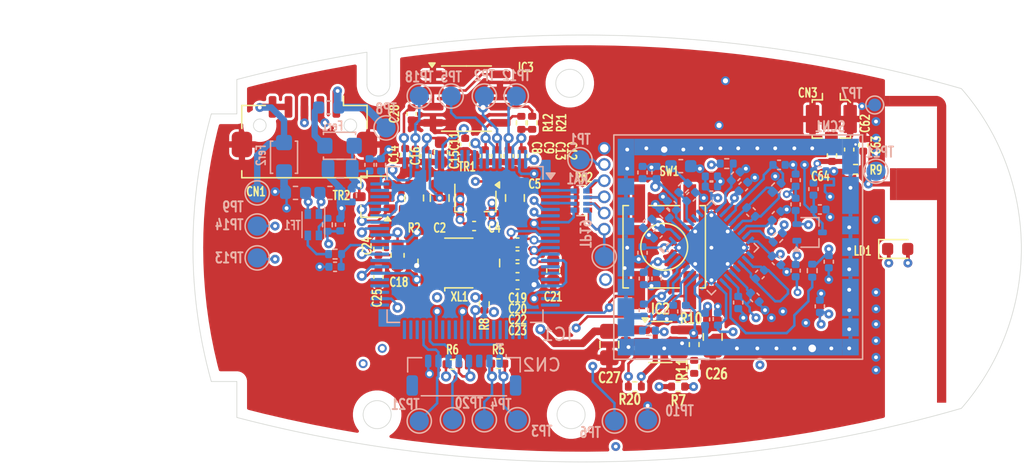
<source format=kicad_pcb>
(kicad_pcb (version 20241229) (generator "pcbnew") (generator_version "9.0")
  (layers (0 "F.Cu" signal) (4 "In1.Cu" signal) (6 "In2.Cu" signal) (2 "B.Cu" jumper) (13 "F.Paste" user) (15 "B.Paste" user) (5 "F.SilkS" user "F.Silkscreen") (7 "B.SilkS" user "B.Silkscreen") (1 "F.Mask" user) (3 "B.Mask" user) (25 "Edge.Cuts" user))
  (net 0 "")
  (net 1 "GND")
  (net 2 "LED_EN")
  (net 3 "SMD_XTAL")
  (net 4 "SMD_XTAL_C")
  (net 5 "SYNCBTN")
  (net 6 "HEADER_04")
  (net 7 "HEADER_06")
  (net 8 "HEADER_07")
  (net 9 "ANT_01")
  (net 10 "maybe_v3_r")
  (net 11 "I2C_SCL")
  (net 12 "I2C_SDA")
  (net 13 "SYNCBTN_DEBOUNCE")
  (net 14 "USB_GND")
  (net 15 "USB_DP")
  (net 16 "USB_DN")
  (net 17 "USB_DP_I")
  (net 18 "USB_DN_I")
  (net 19 "USB_DP_R")
  (net 20 "USB_DN_R")
  (net 21 "NC")
  (net 22 "INTER_01")
  (net 23 "INTER_02")
  (net 24 "INTER_03")
  (net 25 "INTER_04")
  (net 26 "INTER_05")
  (net 27 "INTER_06")
  (net 28 "INTER_04_R")
  (net 29 "INTER_06_R")
  (net 30 "INTER_03_R")
  (net 31 "INTER_02_R")
  (net 32 "INTER_01_R")
  (net 33 "INTER_06_R2")
  (net 34 "V_3P3_TBASE")
  (net 35 "USB_5V_C")
  (net 36 "V_3P3")
  (net 37 "V_3P3_LOW")
  (net 38 "V_2P0_TBASE")
  (net 39 "V_3P3_LOW_0R")
  (net 40 "USB_VBUS")
  (net 41 "USB_VBUS_F")
  (net 42 "LAMPREY_NTX")
  (net 43 "MCU_DECOUP")
  (net 44 "V_3P3_T")
  (footprint "Capacitor_SMD:C_0402_1005Metric" (layer "F.Cu") (at 151.1 70.2 -90)
    (property "Reference" "C11")
    (property "Value" "0.22 UF")
  )
  (footprint "Package_TO_SOT_SMD:SOT-23W" (layer "F.Cu") (at 144 74.3 180)
    (property "Reference" "TR2")
    (property "Value" "BC817-40")
  )
  (footprint "Capacitor_SMD:C_0805_2012Metric" (layer "F.Cu") (at 155 74.4 90)
    (property "Reference" "C5")
    (property "Value" "2.2 UF")
  )
  (footprint "Resistor_SMD:R_0402_1005Metric" (layer "F.Cu") (at 181.7 72.15)
    (property "Reference" "R9")
    (property "Value" "NC")
  )
  (footprint "Capacitor_SMD:C_0402_1005Metric" (layer "F.Cu") (at 144.3 78.4 90)
    (property "Reference" "C24")
    (property "Value" "0.1 UF")
  )
  (footprint "Capacitor_SMD:C_0402_1005Metric" (layer "F.Cu") (at 151.8 76.6 180)
    (property "Reference" "C4")
    (property "Value" "0.1 UF")
  )
  (footprint "Xbox 360 Footprints:USBAntenna" (layer "F.Cu") (at 186.39375 78.425 -90)
    (property "Reference" "REF**" (hide yes))
    (property "Value" "USBAntenna")
  )
  (footprint "Capacitor_SMD:C_0805_2012Metric" (layer "F.Cu") (at 149.1 74.4 90)
    (property "Reference" "C2")
    (property "Value" "10 UF")
  )
  (footprint "Capacitor_SMD:C_0402_1005Metric" (layer "F.Cu") (at 146.9 67.8 -90)
    (property "Reference" "C28")
    (property "Value" "0.1 UF")
  )
  (footprint "Capacitor_SMD:C_0603_1608Metric" (layer "F.Cu") (at 145.8 78.9 -90)
    (property "Reference" "C18")
    (property "Value" "1 UF")
  )
  (footprint "Button_Switch_SMD:SW_SPST_PTS645" (layer "F.Cu") (at 166.7 78.2275 90)
    (property "Reference" "SW1")
    (property "Value" "SW_SPST_PTS645")
  )
  (footprint "Capacitor_SMD:C_0402_1005Metric" (layer "F.Cu") (at 155.2 79.9 180)
    (property "Reference" "C22")
    (property "Value" "0.1 UF")
  )
  (footprint "Capacitor_SMD:C_0402_1005Metric" (layer "F.Cu") (at 182.3 70.25 90)
    (property "Reference" "C63")
    (property "Value" "NC")
  )
  (footprint "Capacitor_SMD:C_0402_1005Metric" (layer "F.Cu") (at 144.3 80.6 -90)
    (property "Reference" "C25")
    (property "Value" "0.1 UF")
  )
  (footprint "Resistor_SMD:R_0402_1005Metric" (layer "F.Cu") (at 155.5 68.5 -90)
    (property "Reference" "R12")
    (property "Value" "4.7 KOHM")
  )
  (footprint "Capacitor_SMD:C_0402_1005Metric" (layer "F.Cu") (at 152.65 71.1 -90)
    (property "Reference" "C8")
    (property "Value" "NC")
  )
  (footprint "Capacitor_SMD:C_0402_1005Metric" (layer "F.Cu") (at 179.85 71.05 90)
    (property "Reference" "C64")
    (property "Value" "NC")
  )
  (footprint "Connector_PinHeader_1.27mm:PinHeader_1x06_P1.27mm_Vertical" (layer "F.Cu") (at 162 70.5)
    (property "Reference" "REF**" (hide yes))
    (property "Value" "PinHeader_1x06_P1.27mm_Vertical")
  )
  (footprint "Capacitor_SMD:C_0402_1005Metric" (layer "F.Cu") (at 155.6 71.1 -90)
    (property "Reference" "C12")
    (property "Value" "0.1 UF")
  )
  (footprint "Resistor_SMD:R_0402_1005Metric" (layer "F.Cu") (at 169.05 87.65 -90)
    (property "Reference" "R11")
    (property "Value" "NC")
  )
  (footprint "Resistor_SMD:R_Array_Convex_4x0402" (layer "F.Cu") (at 160.3 74.6)
    (property "Reference" "RA2")
    (property "Value" "NC")
  )
  (footprint "Capacitor_SMD:C_0402_1005Metric" (layer "F.Cu") (at 181.2 70.6 90)
    (property "Reference" "C62")
    (property "Value" "2.2 PF")
  )
  (footprint "Resistor_SMD:R_0402_1005Metric" (layer "F.Cu") (at 156.35 68.5 -90)
    (property "Reference" "R21")
    (property "Value" "NC")
  )
  (footprint "Capacitor_SMD:C_0805_2012Metric_Pad1.18x1.45mm_HandSolder" (layer "F.Cu") (at 170.5 85.3 -90)
    (property "Reference" "C26")
    (property "Value" "NC")
  )
  (footprint "Package_SO:SOP-8_3.9x4.9mm_P1.27mm" (layer "F.Cu") (at 151.2 66.6)
    (property "Reference" "IC3")
    (property "Value" "SOP-8_3.9x4.9mm_P1.27mm")
  )
  (footprint "Capacitor_SMD:C_0402_1005Metric" (layer "F.Cu") (at 146.4 71 -90)
    (property "Reference" "C14")
    (property "Value" "0.1 UF")
  )
  (footprint "" (layer "F.Cu") (at 177.15 81.8)
    (property "Reference" "")
    (property "Value" "")
  )
  (footprint "Connector_PinHeader_1.27mm:PinHeader_1x01_P1.27mm_Vertical" (layer "F.Cu") (at 162.1 80.8)
    (property "Reference" "REF**" (hide yes))
    (property "Value" "PinHeader_1x01_P1.27mm_Vertical")
  )
  (footprint "Resistor_SMD:R_0402_1005Metric" (layer "F.Cu") (at 164.4 89.2)
    (property "Reference" "R20")
    (property "Value" "NC")
  )
  (footprint "Capacitor_SMD:C_0805_2012Metric_Pad1.18x1.45mm_HandSolder" (layer "F.Cu") (at 162.4 85.9 90)
    (property "Reference" "C27")
    (property "Value" "NC")
  )
  (footprint "Resistor_SMD:R_0402_1005Metric" (layer "F.Cu") (at 167.790001 89.2)
    (property "Reference" "R7")
    (property "Value" "0 OHM")
  )
  (footprint "" (layer "F.Cu") (at 176.3 74.1)
    (property "Reference" "")
    (property "Value" "")
  )
  (footprint "LED_SMD:LED_0603_1608Metric" (layer "F.Cu") (at 185 78.4)
    (property "Reference" "LD1")
    (property "Value" "LED_0603_1608Metric")
  )
  (footprint "Connector_Molex:Molex_CLIK-Mate_502382-0570_1x05-1MP_P1.25mm_Vertical" (layer "F.Cu") (at 138.5 69.2 180)
    (property "Reference" "CN1")
    (property "Value" "Molex_CLIK-Mate_502382-0570_1x05-1MP_P1.25mm_Vertical")
  )
  (footprint "Capacitor_SMD:C_0603_1608Metric" (layer "F.Cu") (at 158 80.1 -90)
    (property "Reference" "C21")
    (property "Value" "1 UF")
  )
  (footprint "Capacitor_SMD:C_0402_1005Metric" (layer "F.Cu") (at 155.2 81.2 180)
    (property "Reference" "C23")
    (property "Value" "0.1 UF")
  )
  (footprint "Capacitor_SMD:C_0402_1005Metric" (layer "F.Cu") (at 155.2 78.9 180)
    (property "Reference" "C20")
    (property "Value" "~2.7 PF")
  )
  (footprint "Connector_Coaxial:U.FL_Molex_MCRF_73412-0110_Vertical" (layer "F.Cu") (at 179.8 68.2)
    (property "Reference" "CN3")
    (property "Value" "U.FL_Molex_MCRF_73412-0110_Vertical")
  )
  (footprint "Resistor_SMD:R_0805_2012Metric" (layer "F.Cu") (at 147.1 74.4 90)
    (property "Reference" "R2")
    (property "Value" "0.27 OHM")
  )
  (footprint "Package_TO_SOT_SMD:SOT-23-5_HandSoldering" (layer "F.Cu") (at 166.4 85.7)
    (property "Reference" "IC2")
    (property "Value" "SOT-23-5_HandSoldering")
  )
  (footprint "Resistor_SMD:R_0402_1005Metric" (layer "F.Cu") (at 152.6 82.7 -90)
    (property "Reference" "R8")
    (property "Value" "NC")
  )
  (footprint "Capacitor_SMD:C_0402_1005Metric" (layer "F.Cu") (at 154.5 71.1 -90)
    (property "Reference" "C13")
    (property "Value" "0.1 UF")
  )
  (footprint "Package_TO_SOT_SMD:SOT-23W" (layer "F.Cu") (at 151.9 74.4 -90)
    (property "Reference" "TR1")
    (property "Value" "BC807-40")
  )
  (footprint "Resistor_SMD:R_0402_1005Metric" (layer "F.Cu") (at 153.7 87.4)
    (property "Reference" "R5")
    (property "Value" "1 KOHM")
  )
  (footprint "Capacitor_SMD:C_0603_1608Metric" (layer "F.Cu") (at 149.2 70.8 -90)
    (property "Reference" "C15")
    (property "Value" "1 UF")
  )
  (footprint "Resistor_SMD:R_0402_1005Metric" (layer "F.Cu") (at 150.1 87.45)
    (property "Reference" "R6")
    (property "Value" "NC")
  )
  (footprint "Capacitor_SMD:C_0402_1005Metric" (layer "F.Cu") (at 153.55 71.1 -90)
    (property "Reference" "C9")
    (property "Value" "NC")
  )
  (footprint "" (layer "F.Cu") (at 178.7 71.7)
    (property "Reference" "")
    (property "Value" "")
  )
  (footprint "Crystal:Crystal_SMD_0603-4Pin_6.0x3.5mm" (layer "F.Cu") (at 150.6 79.5)
    (property "Reference" "XL1")
    (property "Value" "Crystal_SMD_0603-4Pin_6.0x3.5mm")
  )
  (footprint "Capacitor_SMD:C_0402_1005Metric" (layer "F.Cu") (at 155.2 77.9)
    (property "Reference" "C19")
    (property "Value" "~2.7 PF")
  )
  (footprint "Resistor_SMD:R_0402_1005Metric" (layer "F.Cu") (at 169.05 85.9 -90)
    (property "Reference" "R10")
    (property "Value" "NC")
  )
  (footprint "Capacitor_SMD:C_0402_1005Metric" (layer "F.Cu") (at 148 71.1 -90)
    (property "Reference" "C16")
    (property "Value" "0.1 UF")
  )
  (footprint "Inductor_SMD:L_0603_1608Metric" (layer "B.Cu") (at 137.8 74 180)
    (property "Reference" "VR2" (hide yes))
    (property "Value" "L_0603_1608Metric")
  )
  (footprint "TestPoint:TestPoint_Pad_D1.5mm" (layer "B.Cu") (at 147.5 66.4 180)
    (property "Reference" "TP18")
    (property "Value" "TestPoint_Pad_D1.5mm")
  )
  (footprint "Resistor_SMD:R_0402_1005Metric" (layer "B.Cu") (at 171.6 71.7)
    (property "Reference" "REF**" (hide yes))
    (property "Value" "100 OHM")
  )
  (footprint "Capacitor_SMD:C_0402_1005Metric" (layer "B.Cu") (at 178.9 82.9 90)
    (property "Reference" "C38" (hide yes))
    (property "Value" "~2.2 PF")
  )
  (footprint "Connector_Hirose:Hirose_DF52-8S-0.8H_1x08-1MP_P0.80mm_Horizontal" (layer "B.Cu") (at 151 88.3 180)
    (property "Reference" "CN2")
    (property "Value" "Hirose_DF52-8S-0.8H_1x08-1MP_P0.80mm_Horizontal")
  )
  (footprint "Inductor_SMD:L_0603_1608Metric" (layer "B.Cu") (at 140.5 74 180)
    (property "Reference" "VR1" (hide yes))
    (property "Value" "L_0603_1608Metric")
  )
  (footprint "TestPoint:TestPoint_Pad_D1.5mm" (layer "B.Cu") (at 150.1 91.8 180)
    (property "Reference" "TP20")
    (property "Value" "TestPoint_Pad_D1.5mm")
  )
  (footprint "TestPoint:TestPoint_Pad_D1.5mm" (layer "B.Cu") (at 134.8 76.6 180)
    (property "Reference" "TP14")
    (property "Value" "TestPoint_Pad_D1.5mm")
  )
  (footprint "Resistor_SMD:R_Array_Convex_4x0402" (layer "B.Cu") (at 160.1 74.6 180)
    (property "Reference" "RA1")
    (property "Value" "100 OHM")
  )
  (footprint "TestPoint:TestPoint_Pad_D1.5mm" (layer "B.Cu") (at 183.3 72.3 180)
    (property "Reference" "TP11")
    (property "Value" "TestPoint_Pad_D1.5mm")
  )
  (footprint "Capacitor_SMD:C_0402_1005Metric" (layer "B.Cu") (at 168.8 74.3 45)
    (property "Reference" "REF**" (hide yes))
    (property "Value" "120 PF")
  )
  (footprint "Inductor_SMD:L_Walsin_WLFM201609x" (layer "B.Cu") (at 136.9 71.2 -90)
    (property "Reference" "Fer2")
    (property "Value" "L_Walsin_WLFM201609x")
  )
  (footprint "Capacitor_SMD:C_0402_1005Metric" (layer "B.Cu") (at 173.5 75.5 -45)
    (property "Reference" "REF**" (hide yes))
    (property "Value" "~1 PF")
  )
  (footprint "Capacitor_SMD:C_0402_1005Metric" (layer "B.Cu") (at 178.9 72.3)
    (property "Reference" "REF**" (hide yes))
    (property "Value" "~2 PF")
  )
  (footprint "Resistor_SMD:R_0402_1005Metric" (layer "B.Cu") (at 168.2 73.6 45)
    (property "Reference" "R17" (hide yes))
    (property "Value" "12 KOHM")
  )
  (footprint "Capacitor_SMD:C_0603_1608Metric" (layer "B.Cu") (at 168 71.9 180)
    (property "Reference" "REF**" (hide yes))
    (property "Value" "1200 PF")
  )
  (footprint "Capacitor_SMD:C_0402_1005Metric" (layer "B.Cu") (at 175.5 75.8 -135)
    (property "Reference" "REF**" (hide yes))
    (property "Value" "~6 PF")
  )
  (footprint "Capacitor_SMD:C_0402_1005Metric" (layer "B.Cu") (at 165.4 76.4 45)
    (property "Reference" "REF**" (hide yes))
    (property "Value" "0.1 UF")
  )
  (footprint "Capacitor_SMD:C_0402_1005Metric" (layer "B.Cu") (at 165.1 80.72 90)
    (property "Reference" "REF**" (hide yes))
    (property "Value" "~6 PF")
  )
  (footprint "Capacitor_SMD:C_0402_1005Metric" (layer "B.Cu") (at 169.9 83.92 90)
    (property "Reference" "C30" (hide yes))
    (property "Value" "0.1 UF")
  )
  (footprint "Capacitor_SMD:C_0402_1005Metric" (layer "B.Cu") (at 143.6 71.8 90)
    (property "Reference" "C3" (hide yes))
    (property "Value" "0.1 UF")
  )
  (footprint "Capacitor_SMD:C_0402_1005Metric" (layer "B.Cu") (at 170.9 83.89961 90)
    (property "Reference" "C52" (hide yes))
    (property "Value" "~10 PF")
  )
  (footprint "Capacitor_SMD:C_0402_1005Metric" (layer "B.Cu") (at 165.1 83.2 90)
    (property "Reference" "REF**" (hide yes))
    (property "Value" "~6 PF")
  )
  (footprint "TestPoint:TestPoint_Pad_D1.5mm" (layer "B.Cu") (at 162.8 91.9 180)
    (property "Reference" "TP6")
    (property "Value" "TestPoint_Pad_D1.5mm")
  )
  (footprint "Capacitor_SMD:C_0402_1005Metric" (layer "B.Cu") (at 177 74.9 -90)
    (property "Reference" "REF**" (hide yes))
    (property "Value" "~6 PF")
  )
  (footprint "Capacitor_SMD:C_0402_1005Metric" (layer "B.Cu") (at 177 80.1 90)
    (property "Reference" "C40" (hide yes))
    (property "Value" "~6 PF")
  )
  (footprint "Package_QFP:LQFP-80_12x12mm_P0.5mm" (layer "B.Cu") (at 151.0875 78.05 180)
    (property "Reference" "IC1")
    (property "Value" "LQFP-80_12x12mm_P0.5mm")
  )
  (footprint "Capacitor_SMD:C_0402_1005Metric" (layer "B.Cu") (at 177 73 -90)
    (property "Reference" "REF**" (hide yes))
    (property "Value" "~1 PF")
  )
  (footprint "Resistor_SMD:R_0402_1005Metric" (layer "B.Cu") (at 175.5 73.6 45)
    (property "Reference" "R19" (hide yes))
    (property "Value" "18 OHM")
  )
  (footprint "Package_CSP:LFCSP-32-1EP_5x5mm_P0.5mm_EP3.5x3.5mm_ThermalVias" (layer "B.Cu") (at 170.4 78.3 -45)
    (property "Reference" "REF**" (hide yes))
    (property "Value" "LFCSP-32-1EP_5x5mm_P0.5mm_EP3.5x3.5mm_ThermalVias")
  )
  (footprint "TestPoint:TestPoint_Pad_D1.5mm" (layer "B.Cu") (at 162 79 180)
    (property "Reference" "TP19")
    (property "Value" "TestPoint_Pad_D1.5mm")
  )
  (footprint "Capacitor_SMD:C_0402_1005Metric" (layer "B.Cu") (at 165 78.7 90)
    (property "Reference" "REF**" (hide yes))
    (property "Value" "~6.2 PF")
  )
  (footprint "Resistor_SMD:R_0402_1005Metric" (layer "B.Cu") (at 178.3 80.1 90)
    (property "Reference" "R15" (hide yes))
    (property "Value" "390 OHM")
  )
  (footprint "Capacitor_SMD:C_0402_1005Metric" (layer "B.Cu") (at 170.4 72.7)
    (property "Reference" "REF**" (hide yes))
    (property "Value" "1100 PF")
  )
  (footprint "Capacitor_SMD:C_0402_1005Metric" (layer "B.Cu") (at 144.5 71.8 90)
    (property "Reference" "C17" (hide yes))
    (property "Value" "1000 PF")
  )
  (footprint "Capacitor_SMD:C_0402_1005Metric" (layer "B.Cu") (at 140.9 79.8)
    (property "Reference" "C7" (hide yes))
    (property "Value" "10 PF")
  )
  (footprint "Inductor_SMD:L_CommonModeChoke_Coilcraft_0805USB" (layer "B.Cu") (at 139.2 76.5 180)
    (property "Reference" "TF1")
    (property "Value" "L_CommonModeChoke_Coilcraft_0805USB")
  )
  (footprint "Capacitor_SMD:C_0402_1005Metric" (layer "B.Cu") (at 166.1 72.4 90)
    (property "Reference" "C10" (hide yes))
    (property "Value" "1000 PF")
  )
  (footprint "Xbox 360 Footprints:XRFShield" (layer "B.Cu") (at 172.5 78.25 180)
    (property "Reference" "SCN1")
    (property "Value" "XRFShield")
  )
  (footprint "Capacitor_SMD:C_0402_1005Metric" (layer "B.Cu") (at 175.7 71.8)
    (property "Reference" "C61" (hide yes))
    (property "Value" "0.022 UF")
  )
  (footprint "TestPoint:TestPoint_Pad_D1.0mm" (layer "B.Cu") (at 183.2 67.1 180)
    (property "Reference" "TP7")
    (property "Value" "TestPoint_Pad_D1.0mm")
  )
  (footprint "Capacitor_SMD:C_0402_1005Metric" (layer "B.Cu") (at 175.5 79.3 135)
    (property "Reference" "C36" (hide yes))
    (property "Value" "1100 PF")
  )
  (footprint "Capacitor_SMD:C_0402_1005Metric" (layer "B.Cu") (at 179.6 79.4 90)
    (property "Reference" "C39" (hide yes))
    (property "Value" "~6 PF")
  )
  (footprint "TestPoint:TestPoint_Pad_D1.5mm" (layer "B.Cu") (at 155.1 66.4 180)
    (property "Reference" "TP12")
    (property "Value" "TestPoint_Pad_D1.5mm")
  )
  (footprint "Resistor_SMD:R_0402_1005Metric" (layer "B.Cu") (at 140.3 76.5 90)
    (property "Reference" "R1" (hide yes))
    (property "Value" "33 OHM")
  )
  (footprint "Capacitor_SMD:C_0402_1005Metric" (layer "B.Cu") (at 167.4 83.3 90)
    (property "Reference" "REF**" (hide yes))
    (property "Value" "470 PF")
  )
  (footprint "TestPoint:TestPoint_Pad_D1.5mm" (layer "B.Cu") (at 165.4 91.8 180)
    (property "Reference" "TP10")
    (property "Value" "TestPoint_Pad_D1.5mm")
  )
  (footprint "Capacitor_SMD:C_0402_1005Metric" (layer "B.Cu") (at 167.3 75 135)
    (property "Reference" "REF**" (hide yes))
    (property "Value" "~6 PF")
  )
  (footprint "Capacitor_SMD:C_0805_2012Metric" (layer "B.Cu") (at 141.3 72.1 180)
    (property "Reference" "C1" (hide yes))
    (property "Value" "10 UF")
  )
  (footprint "Capacitor_SMD:C_0402_1005Metric" (layer "B.Cu") (at 170.4 73.5)
    (property "Reference" "REF**" (hide yes))
    (property "Value" "~6 PF")
  )
  (footprint "Resistor_SMD:R_0402_1005Metric" (layer "B.Cu") (at 142.2 74.2 90)
    (property "Reference" "R4" (hide yes))
    (property "Value" "100 KOHM")
  )
  (footprint "Capacitor_SMD:C_0402_1005Metric" (layer "B.Cu") (at 178.4 73.7 -90)
    (property "Reference" "C42" (hide yes))
    (property "Value" "~1 PF")
  )
  (footprint "Capacitor_SMD:C_0402_1005Metric" (layer "B.Cu") (at 172.5 82.6 90)
    (property "Reference" "C51" (hide yes))
    (property "Value" "1100 PF")
  )
  (footprint "TestPoint:TestPoint_Pad_D1.5mm" (layer "B.Cu") (at 152.6 66.4 180)
    (property "Reference" "TP2")
    (property "Value" "TestPoint_Pad_D1.5mm")
  )
  (footprint "TestPoint:TestPoint_Pad_D1.5mm" (layer "B.Cu") (at 144.9 68.9 180)
    (property "Reference" "TP8")
    (property "Value" "TestPoint_Pad_D1.5mm")
  )
  (footprint "Capacitor_SMD:C_0402_1005Metric" (layer "B.Cu") (at 166.1 80.72 90)
    (property "Reference" "REF**" (hide yes))
    (property "Value" "~6 PF")
  )
  (footprint "Resistor_SMD:R_0402_1005Metric" (layer "B.Cu") (at 140.9 78.8 180)
    (property "Reference" "R3" (hide yes))
    (property "Value" "33 OHM")
  )
  (footprint "Capacitor_SMD:C_0402_1005Metric" (layer "B.Cu") (at 165 72.4 90)
    (property "Reference" "C47" (hide yes))
    (property "Value" "0.1 UF")
  )
  (footprint "TestPoint:TestPoint_Pad_D1.5mm" (layer "B.Cu") (at 155.2 91.8 180)
    (property "Reference" "TP3")
    (property "Value" "TestPoint_Pad_D1.5mm")
  )
  (footprint "Resistor_SMD:R_0402_1005Metric" (layer "B.Cu") (at 166.739376 75.6 135)
    (property "Reference" "REF**" (hide yes))
    (property "Value" "56 KOHM")
  )
  (footprint "Capacitor_SMD:C_0402_1005Metric" (layer "B.Cu") (at 166.2 77.2 45)
    (property "Reference" "REF**" (hide yes))
    (property "Value" "~6 PF")
  )
  (footprint "Capacitor_SMD:C_0402_1005Metric" (layer "B.Cu") (at 172.3 72.7 45)
    (property "Reference" "REF**" (hide yes))
    (property "Value" "~6 PF")
  )
  (footprint "Capacitor_SMD:C_0402_1005Metric" (layer "B.Cu") (at 178.9 75.3)
    (property "Reference" "C53" (hide yes))
    (property "Value" "~1 PF")
  )
  (footprint "TestPoint:TestPoint_Pad_D1.5mm" (layer "B.Cu") (at 150 66.4 180)
    (property "Reference" "TP5")
    (property "Value" "TestPoint_Pad_D1.5mm")
  )
  (footprint "TestPoint:TestPoint_Pad_D1.5mm" (layer "B.Cu") (at 134.8 74 180)
    (property "Reference" "TP9")
    (property "Value" "TestPoint_Pad_D1.5mm")
  )
  (footprint "Capacitor_SMD:C_0402_1005Metric" (layer "B.Cu") (at 168.4 83.3 90)
    (property "Reference" "C31" (hide yes))
    (property "Value" "0.1 UF")
  )
  (footprint "Capacitor_SMD:C_0402_1005Metric" (layer "B.Cu") (at 166.4 83.3 90)
    (property "Reference" "REF**" (hide yes))
    (property "Value" "~16 PF")
  )
  (footprint "Capacitor_SMD:C_0402_1005Metric" (layer "B.Cu") (at 174.2 80.4 45)
    (property "Reference" "C41" (hide yes))
    (property "Value" "~1 PF")
  )
  (footprint "Package_TO_SOT_SMD:SOT-323_SC-70" (layer "B.Cu") (at 178.1 77.1)
    (property "Reference" "D4" (hide yes))
    (property "Value" "SOT-323_SC-70")
  )
  (footprint "Capacitor_SMD:C_0402_1005Metric" (layer "B.Cu") (at 172.9 73.5 45)
    (property "Reference" "REF**" (hide yes))
    (property "Value" "1100 PF")
  )
  (footprint "Resistor_SMD:R_0402_1005Metric" (layer "B.Cu") (at 175.6 77.5 45)
    (property "Reference" "REF**" (hide yes))
    (property "Value" "390 OHM")
  )
  (footprint "TestPoint:TestPoint_Pad_D1.5mm" (layer "B.Cu") (at 160.1 71.4 180)
    (property "Reference" "TP1")
    (property "Value" "TestPoint_Pad_D1.5mm")
  )
  (footprint "TestPoint:TestPoint_Pad_D1.5mm" (layer "B.Cu") (at 147.5 91.9 180)
    (property "Reference" "TP21")
    (property "Value" "TestPoint_Pad_D1.5mm")
  )
  (footprint "Capacitor_SMD:C_0402_1005Metric" (layer "B.Cu") (at 141.3 76.5 90)
    (property "Reference" "C6" (hide yes))
    (property "Value" "10 PF")
  )
  (footprint "Capacitor_SMD:C_0402_1005Metric" (layer "B.Cu") (at 173.8 82.2 135)
    (property "Reference" "C50" (hide yes))
    (property "Value" "1100 PF")
  )
  (footprint "Fuse:Fuse_0603_1608Metric" (layer "B.Cu") (at 140.4 67.3 180)
    (property "Reference" "F1" (hide yes))
    (property "Value" "Fuse_0603_1608Metric")
  )
  (footprint "Inductor_SMD:L_Walsin_WLFM201609x" (layer "B.Cu") (at 141.25 70.3)
    (property "Reference" "Fer1")
    (property "Value" "L_Walsin_WLFM201609x")
  )
  (footprint "Resistor_SMD:R_0402_1005Metric" (layer "B.Cu") (at 165.5 84.8 180)
    (property "Reference" "R14" (hide yes))
    (property "Value" "180 OHM")
  )
  (footprint "TestPoint:TestPoint_Pad_D1.5mm" (layer "B.Cu") (at 134.8 79.1 180)
    (property "Reference" "TP13")
    (property "Value" "TestPoint_Pad_D1.5mm")
  )
  (footprint "TestPoint:TestPoint_Pad_D1.5mm" (layer "B.Cu") (at 152.6 91.8 180)
    (property "Reference" "TP4")
    (property "Value" "TestPoint_Pad_D1.5mm")
  )
  (gr_line (start 133.2 67.8) (end 131.2 67.8) (stroke (width 0.05)) (layer "Edge.Cuts"))
  (gr_line (start 145.2 65.5) (end 145.197919 62.685404) (stroke (width 0.05)) (layer "Edge.Cuts"))
  (gr_arc (start 145.2 65.5) (mid 144.3 66.4) (end 143.4 65.5) (stroke (width 0.05)) (layer "Edge.Cuts"))
  (gr_arc (start 145.197919 62.685404) (mid 167.762591 61.874725) (end 189.994868 65.817758) (stroke (width 0.05)) (layer "Edge.Cuts"))
  (gr_circle (center 135 68.7) (end 134.5 68.7) (stroke (width 0.05)) (fill no) (layer "Edge.Cuts"))
  (gr_line (start 143.4 62.957373) (end 143.4 65.5) (stroke (width 0.05)) (layer "Edge.Cuts"))
  (gr_circle (center 159.4 91.4) (end 160.5 91.4) (stroke (width 0.05)) (fill no) (layer "Edge.Cuts"))
  (gr_line (start 133.2 88.8) (end 133.2 91.61929) (stroke (width 0.05)) (layer "Edge.Cuts"))
  (gr_arc (start 131.200001 88.8) (mid 129.76143 78.300002) (end 131.2 67.800003) (stroke (width 0.05)) (layer "Edge.Cuts"))
  (gr_circle (center 142.1 68.7) (end 141.6 68.7) (stroke (width 0.05)) (fill no) (layer "Edge.Cuts"))
  (gr_arc (start 189.994865 65.817758) (mid 194.693261 78.361298) (end 189.994869 90.904839) (stroke (width 0.05)) (layer "Edge.Cuts"))
  (gr_line (start 133.2 88.8) (end 131.200002 88.8) (stroke (width 0.05)) (layer "Edge.Cuts"))
  (gr_arc (start 133.2 65.10331) (mid 138.270554 63.906742) (end 143.393348 62.958437) (stroke (width 0.05)) (layer "Edge.Cuts"))
  (gr_line (start 133.2 65.103311) (end 133.2 67.8) (stroke (width 0.05)) (layer "Edge.Cuts"))
  (gr_circle (center 144.2 91.4) (end 145.3 91.4) (stroke (width 0.05)) (fill no) (layer "Edge.Cuts"))
  (gr_circle (center 159.3 65.4) (end 160.4 65.4) (stroke (width 0.05)) (fill no) (layer "Edge.Cuts"))
  (gr_arc (start 189.994869 90.904845) (mid 161.645713 95.1) (end 133.2 91.619291) (stroke (width 0.05)) (layer "Edge.Cuts"))
  (segment (start 163.9 89.190001) (end 163.890001 89.2) (width 0.2) (layer "F.Cu") (net 0))
  (segment (start 151.1 69.1) (end 151 69) (width 0.2) (layer "F.Cu") (net 0))
  (segment (start 163.9 88.4) (end 163.9 87.4) (width 0.2) (layer "F.Cu") (net 0))
  (segment (start 157.925 79.4) (end 158 79.325) (width 0.2) (layer "F.Cu") (net 0))
  (segment (start 151.1 69.72) (end 151.1 69.1) (width 0.2) (layer "F.Cu") (net 0))
  (segment (start 164.65 86.65) (end 164.935 86.65) (width 0.2) (layer "F.Cu") (net 0))
  (segment (start 156.5 79.4) (end 157.925 79.4) (width 0.2) (layer "F.Cu") (net 0))
  (segment (start 179.85 70.57) (end 179.85 69.75) (width 0.2) (layer "F.Cu") (net 0))
  (segment (start 163.9 88.4) (end 163.9 89.190001) (width 0.2) (layer "F.Cu") (net 0))
  (segment (start 163.9 87.4) (end 164.65 86.65) (width 0.2) (layer "F.Cu") (net 0))
  (segment (start 179.85 69.75) (end 179.8 69.7) (width 0.2) (layer "F.Cu") (net 0))
  (via (at 156.5 71.4) (size 0.8) (drill 0.4) (layers "F.Cu" "B.Cu") (net 0))
  (via (at 163.9 88.4) (size 0.7) (drill 0.3) (layers "F.Cu" "B.Cu") (net 0))
  (via (at 179.6 83.5) (size 0.7) (drill 0.3) (layers "F.Cu" "B.Cu") (net 0))
  (via (at 162.9 93.9) (size 0.7) (drill 0.3) (layers "F.Cu" "B.Cu") (net 0))
  (via (at 156.5 79.4) (size 0.7) (drill 0.4) (layers "F.Cu" "B.Cu") (net 0))
  (via (at 177.1 78.9) (size 0.7) (drill 0.3) (layers "F.Cu" "B.Cu") (net 0))
  (via (at 151 69) (size 0.8) (drill 0.4) (layers "F.Cu" "B.Cu") (net 0))
  (via (at 179.6 78.4) (size 0.7) (drill 0.3) (layers "F.Cu" "B.Cu") (net 0))
  (via (at 178 76.5) (size 0.7) (drill 0.3) (layers "F.Cu" "B.Cu") (net 0))
  (via (at 176.1 76.5) (size 0.7) (drill 0.3) (layers "F.Cu" "B.Cu") (net 0))
  (via (at 179 84.3) (size 0.7) (drill 0.3) (layers "F.Cu" "B.Cu") (net 0))
  (segment (start 168 81.1) (end 168.853204 80.246796) (width 0.2) (layer "B.Cu") (net 0))
  (segment (start 173.467767 77) (end 174.2 77) (width 0.2) (layer "B.Cu") (net 0))
  (segment (start 168.460589 76.007036) (end 168.853204 76.399651) (width 0.2) (layer "B.Cu") (net 0))
  (segment (start 155.8375 71.3625) (end 156.4625 71.3625) (width 0.2) (layer "B.Cu") (net 0))
  (segment (start 174.721178 73.6) (end 175.2 73.6) (width 0.2) (layer "B.Cu") (net 0))
  (segment (start 176.9 84.4) (end 176.9 83.6) (width 0.2) (layer "B.Cu") (net 0))
  (segment (start 149.3375 70.2625) (end 149.9 69.7) (width 0.2) (layer "B.Cu") (net 0))
  (segment (start 156.4625 71.3625) (end 156.5 71.4) (width 0.2) (layer "B.Cu") (net 0))
  (segment (start 172.3 75.1) (end 174.5 72.9) (width 0.2) (layer "B.Cu") (net 0))
  (segment (start 173.5 80.6) (end 173.5 80.33934) (width 0.2) (layer "B.Cu") (net 0))
  (segment (start 175.35 73.75) (end 175.7 74.1) (width 0.2) (layer "B.Cu") (net 0))
  (segment (start 176.4 81.9) (end 176.4 81.6) (width 0.2) (layer "B.Cu") (net 0))
  (segment (start 168.560624 73.235624) (end 167.225 71.9) (width 0.2) (layer "B.Cu") (net 0))
  (segment (start 175.22 71.8) (end 175.3 71.8) (width 0.2) (layer "B.Cu") (net 0))
  (segment (start 167.4 82.5) (end 168 81.9) (width 0.2) (layer "B.Cu") (net 0))
  (segment (start 144.5 73.2) (end 144.5 72.28) (width 0.2) (layer "B.Cu") (net 0))
  (segment (start 173.9 81) (end 175.4 82.5) (width 0.2) (layer "B.Cu") (net 0))
  (segment (start 172.853553 76.2) (end 173.5 76.2) (width 0.2) (layer "B.Cu") (net 0))
  (segment (start 179.28 78.92) (end 178.609999 79.590001) (width 0.2) (layer "B.Cu") (net 0))
  (segment (start 176 72.5) (end 176 73.1) (width 0.2) (layer "B.Cu") (net 0))
  (segment (start 175.3 71.8) (end 176 72.5) (width 0.2) (layer "B.Cu") (net 0))
  (segment (start 179.6 78.4) (end 179.6 78.92) (width 0.2) (layer "B.Cu") (net 0))
  (segment (start 175.7 74.4) (end 174.260589 75.839411) (width 0.2) (layer "B.Cu") (net 0))
  (segment (start 149.9 69.7) (end 150.3 69.7) (width 0.2) (layer "B.Cu") (net 0))
  (segment (start 178.3 81.4) (end 178.3 80.609999) (width 0.2) (layer "B.Cu") (net 0))
  (segment (start 178.9 83.38) (end 179.48 83.38) (width 0.2) (layer "B.Cu") (net 0))
  (segment (start 168.460589 74.639411) (end 168.460589 76.007036) (width 0.2) (layer "B.Cu") (net 0))
  (segment (start 168.560624 73.239376) (end 168.560624 73.235624) (width 0.2) (layer "B.Cu") (net 0))
  (segment (start 178.9 83.38) (end 178.9 84.2) (width 0.2) (layer "B.Cu") (net 0))
  (segment (start 167.839376 73.960624) (end 167.839376 74.018198) (width 0.2) (layer "B.Cu") (net 0))
  (segment (start 157.1 78.8) (end 156.5 79.4) (width 0.2) (layer "B.Cu") (net 0))
  (segment (start 174.7 77.5) (end 174.878752 77.5) (width 0.2) (layer "B.Cu") (net 0))
  (segment (start 174.260589 75.839411) (end 173.839411 75.839411) (width 0.2) (layer "B.Cu") (net 0))
  (segment (start 171.593243 76.046097) (end 172.3 75.33934) (width 0.2) (layer "B.Cu") (net 0))
  (segment (start 175.960624 76.639376) (end 176.1 76.5) (width 0.2) (layer "B.Cu") (net 0))
  (segment (start 178.609999 79.590001) (end 178.3 79.590001) (width 0.2) (layer "B.Cu") (net 0))
  (segment (start 173.5 76.178822) (end 173.839411 75.839411) (width 0.2) (layer "B.Cu") (net 0))
  (segment (start 177.95 76.45) (end 178 76.5) (width 0.2) (layer "B.Cu") (net 0))
  (segment (start 174.5 72.6) (end 175.22 71.88) (width 0.2) (layer "B.Cu") (net 0))
  (segment (start 171.9 81.567767) (end 171.9 83.8) (width 0.2) (layer "B.Cu") (net 0))
  (segment (start 173.5 80.33934) (end 172.653903 79.493243) (width 0.2) (layer "B.Cu") (net 0))
  (segment (start 172.3 75.33934) (end 172.3 75.1) (width 0.2) (layer "B.Cu") (net 0))
  (segment (start 175.960624 77.139376) (end 175.960624 76.639376) (width 0.2) (layer "B.Cu") (net 0))
  (segment (start 175.8 82.5) (end 176.4 81.9) (width 0.2) (layer "B.Cu") (net 0))
  (segment (start 173.639411 80.739411) (end 173.5 80.6) (width 0.2) (layer "B.Cu") (net 0))
  (segment (start 157.775 78.8) (end 157.1 78.8) (width 0.2) (layer "B.Cu") (net 0))
  (segment (start 177 75.38) (end 177 76.35) (width 0.2) (layer "B.Cu") (net 0))
  (segment (start 176.9 83.6) (end 178 82.5) (width 0.2) (layer "B.Cu") (net 0))
  (segment (start 175.2 73.6) (end 175.35 73.75) (width 0.2) (layer "B.Cu") (net 0))
  (segment (start 177.1 76.45) (end 177.95 76.45) (width 0.2) (layer "B.Cu") (net 0))
  (segment (start 171.946796 76.399651) (end 171.946796 76.374382) (width 0.2) (layer "B.Cu") (net 0))
  (segment (start 177 79) (end 177.1 78.9) (width 0.2) (layer "B.Cu") (net 0))
  (segment (start 174.2 77) (end 174.7 77.5) (width 0.2) (layer "B.Cu") (net 0))
  (segment (start 177.1 78.9) (end 177.1 77.75) (width 0.2) (layer "B.Cu") (net 0))
  (segment (start 179.6 78.92) (end 179.28 78.92) (width 0.2) (layer "B.Cu") (net 0))
  (segment (start 171.9 83.8) (end 173.1 85) (width 0.2) (layer "B.Cu") (net 0))
  (segment (start 172.300349 76.753204) (end 172.853553 76.2) (width 0.2) (layer "B.Cu") (net 0))
  (segment (start 175.4 82.5) (end 175.8 82.5) (width 0.2) (layer "B.Cu") (net 0))
  (segment (start 173.007456 79.139689) (end 173.667767 79.8) (width 0.2) (layer "B.Cu") (net 0))
  (segment (start 176.3 85) (end 176.9 84.4) (width 0.2) (layer "B.Cu") (net 0))
  (segment (start 173.667767 79.8) (end 174.278822 79.8) (width 0.2) (layer "B.Cu") (net 0))
  (segment (start 167.4 82.82) (end 167.4 82.5) (width 0.2) (layer "B.Cu") (net 0))
  (segment (start 174.5 72.9) (end 174.5 72.6) (width 0.2) (layer "B.Cu") (net 0))
  (segment (start 176.4 81.6) (end 174.860589 80.060589) (width 0.2) (layer "B.Cu") (net 0))
  (segment (start 178.9 84.2) (end 179 84.3) (width 0.2) (layer "B.Cu") (net 0))
  (segment (start 171.946796 76.374382) (end 173.160589 75.160589) (width 0.2) (layer "B.Cu") (net 0))
  (segment (start 175.22 71.88) (end 175.22 71.8) (width 0.2) (layer "B.Cu") (net 0))
  (segment (start 173.160589 75.160589) (end 174.721178 73.6) (width 0.2) (layer "B.Cu") (net 0))
  (segment (start 178 82.5) (end 178 81.7) (width 0.2) (layer "B.Cu") (net 0))
  (segment (start 168.853204 80.246796) (end 168.853204 80.200349) (width 0.2) (layer "B.Cu") (net 0))
  (segment (start 179.48 83.38) (end 179.6 83.5) (width 0.2) (layer "B.Cu") (net 0))
  (segment (start 173.9 80.778822) (end 173.9 81) (width 0.2) (layer "B.Cu") (net 0))
  (segment (start 173.5 76.2) (end 173.5 76.178822) (width 0.2) (layer "B.Cu") (net 0))
  (segment (start 173.860589 80.739411) (end 173.9 80.778822) (width 0.2) (layer "B.Cu") (net 0))
  (segment (start 174.878752 77.5) (end 175.239376 77.860624) (width 0.2) (layer "B.Cu") (net 0))
  (segment (start 177 76.35) (end 177.1 76.45) (width 0.2) (layer "B.Cu") (net 0))
  (segment (start 168 81.9) (end 168 81.1) (width 0.2) (layer "B.Cu") (net 0))
  (segment (start 176 73.1) (end 175.860624 73.239376) (width 0.2) (layer "B.Cu") (net 0))
  (segment (start 177 79.62) (end 177 79) (width 0.2) (layer "B.Cu") (net 0))
  (segment (start 173.007456 77.460311) (end 173.467767 77) (width 0.2) (layer "B.Cu") (net 0))
  (segment (start 175.139376 73.960624) (end 175.35 73.75) (width 0.2) (layer "B.Cu") (net 0))
  (segment (start 144.4 73.3) (end 144.5 73.2) (width 0.2) (layer "B.Cu") (net 0))
  (segment (start 150.3 69.7) (end 151 69) (width 0.2) (layer "B.Cu") (net 0))
  (segment (start 173.1 85) (end 176.3 85) (width 0.2) (layer "B.Cu") (net 0))
  (segment (start 171.239689 80.907456) (end 171.9 81.567767) (width 0.2) (layer "B.Cu") (net 0))
  (segment (start 149.3375 71.3625) (end 149.3375 70.2625) (width 0.2) (layer "B.Cu") (net 0))
  (segment (start 173.860589 80.739411) (end 173.639411 80.739411) (width 0.2) (layer "B.Cu") (net 0))
  (segment (start 178 81.7) (end 178.3 81.4) (width 0.2) (layer "B.Cu") (net 0))
  (segment (start 175.7 74.1) (end 175.7 74.4) (width 0.2) (layer "B.Cu") (net 0))
  (segment (start 174.860589 80.060589) (end 174.539411 80.060589) (width 0.2) (layer "B.Cu") (net 0))
  (segment (start 167.839376 74.018198) (end 168.460589 74.639411) (width 0.2) (layer "B.Cu") (net 0))
  (segment (start 174.278822 79.8) (end 174.539411 80.060589) (width 0.2) (layer "B.Cu") (net 0))
  (segment (start 179.85 71.53) (end 180.2 71.53) (width 0.4) (layer "F.Cu") (net 1))
  (segment (start 180.2 71.53) (end 181.160001 71.53) (width 0.4) (layer "F.Cu") (net 1))
  (segment (start 181.160001 71.53) (end 181.190001 71.5) (width 0.4) (layer "F.Cu") (net 1))
  (segment (start 181.190001 71.5) (end 181.190001 71.089999) (width 0.4) (layer "F.Cu") (net 1))
  (segment (start 181.190001 71.089999) (end 181.2 71.08) (width 0.2) (layer "F.Cu") (net 1))
  (segment (start 180.2 71.53) (end 178.87 71.53) (width 0.4) (layer "F.Cu") (net 1))
  (segment (start 178.87 71.53) (end 178.7 71.7) (width 0.4) (layer "F.Cu") (net 1))
  (segment (start 181.190001 72.15) (end 181.190001 71.5) (width 0.4) (layer "F.Cu") (net 1))
  (via (at 148.9 83.3) (size 0.7) (drill 0.4) (layers "F.Cu" "B.Cu") (net 1))
  (via (at 177.8 84.2) (size 0.7) (drill 0.3) (layers "F.Cu" "B.Cu") (net 1))
  (via (at 168.1 85.8) (size 0.7) (drill 0.3) (layers "F.Cu" "B.Cu") (net 1))
  (via (at 172.4 86.2) (size 0.7) (drill 0.3) (layers "F.Cu" "B.Cu") (net 1))
  (via (at 178.3 86.2) (size 1) (drill 0.6) (layers "F.Cu" "B.Cu") (net 1))
  (via (at 169.8 74.4) (size 0.7) (drill 0.3) (layers "F.Cu" "B.Cu") (net 1))
  (via (at 176.8 71.8) (size 0.7) (drill 0.3) (layers "F.Cu" "B.Cu") (net 1))
  (via (at 179.7 74.3) (size 0.7) (drill 0.3) (layers "F.Cu" "B.Cu") (net 1))
  (via (at 176.9 70.5) (size 0.7) (drill 0.3) (layers "F.Cu" "B.Cu") (net 1))
  (via (at 156.5 78.5) (size 0.7) (drill 0.4) (layers "F.Cu" "B.Cu") (net 1))
  (via (at 171.5 65.2) (size 0.7) (drill 0.4) (layers "F.Cu" "B.Cu") (net 1))
  (via (at 147.3 80.8) (size 0.7) (drill 0.4) (layers "F.Cu" "B.Cu") (net 1))
  (via (at 181.2 80) (size 0.7) (drill 0.3) (layers "F.Cu" "B.Cu") (net 1))
  (via (at 166.9 83.9) (size 0.7) (drill 0.3) (layers "F.Cu" "B.Cu") (net 1))
  (via (at 171 68.7) (size 0.7) (drill 0.4) (layers "F.Cu" "B.Cu") (net 1))
  (via (at 176.9 86.2) (size 0.7) (drill 0.3) (layers "F.Cu" "B.Cu") (net 1))
  (via (at 183.3 81.8) (size 0.7) (drill 0.3) (layers "F.Cu" "B.Cu") (net 1))
  (via (at 163.6 79.9) (size 0.7) (drill 0.3) (layers "F.Cu" "B.Cu") (net 1))
  (via (at 179.7 75.9) (size 0.7) (drill 0.3) (layers "F.Cu" "B.Cu") (net 1))
  (via (at 163.8 78.3) (size 0.7) (drill 0.3) (layers "F.Cu" "B.Cu") (net 1))
  (via (at 175.1 83.8) (size 0.7) (drill 0.3) (layers "F.Cu" "B.Cu") (net 1))
  (via (at 148.3 88.2) (size 0.7) (drill 0.4) (layers "F.Cu" "B.Cu") (net 1))
  (via (at 174 70.5) (size 0.7) (drill 0.3) (layers "F.Cu" "B.Cu") (net 1))
  (via (at 145.1 70.6) (size 0.7) (drill 0.3) (layers "F.Cu" "B.Cu") (net 1))
  (via (at 181.2 81.6) (size 0.7) (drill 0.3) (layers "F.Cu" "B.Cu") (net 1))
  (via (at 163.8 70.6) (size 0.7) (drill 0.3) (layers "F.Cu" "B.Cu") (net 1))
  (via (at 181.2 86.2) (size 0.7) (drill 0.3) (layers "F.Cu" "B.Cu") (net 1))
  (via (at 178.3 70.5) (size 0.7) (drill 0.3) (layers "F.Cu" "B.Cu") (net 1))
  (via (at 172.5 70.5) (size 0.7) (drill 0.3) (layers "F.Cu" "B.Cu") (net 1))
  (via (at 177.7 71.8) (size 0.7) (drill 0.3) (layers "F.Cu" "B.Cu") (net 1))
  (via (at 166.7 70.6) (size 1) (drill 0.5) (layers "F.Cu" "B.Cu") (net 1))
  (via (at 166 74.9) (size 0.7) (drill 0.3) (layers "F.Cu" "B.Cu") (net 1))
  (via (at 179 81.9) (size 0.7) (drill 0.3) (layers "F.Cu" "B.Cu") (net 1))
  (via (at 171.1 70.5) (size 0.7) (drill 0.3) (layers "F.Cu" "B.Cu") (net 1))
  (via (at 166.7 86.2) (size 0.7) (drill 0.3) (layers "F.Cu" "B.Cu") (net 1))
  (via (at 176.3 75.3) (size 0.7) (drill 0.3) (layers "F.Cu" "B.Cu") (net 1))
  (via (at 183.3 69.7) (size 0.7) (drill 0.3) (layers "F.Cu" "B.Cu") (net 1))
  (via (at 179.8 86.2) (size 0.7) (drill 0.3) (layers "F.Cu" "B.Cu") (net 1))
  (via (at 170.9 82.9) (size 0.6) (drill 0.3) (layers "F.Cu" "B.Cu") (net 1))
  (via (at 182.2 67.2) (size 0.6) (drill 0.3) (layers "F.Cu" "B.Cu") (net 1))
  (via (at 147.3 77.1) (size 0.7) (drill 0.4) (layers "F.Cu" "B.Cu") (net 1))
  (via (at 166.6 74.3) (size 0.7) (drill 0.3) (layers "F.Cu" "B.Cu") (net 1))
  (via (at 169.6 70.5) (size 0.7) (drill 0.3) (layers "F.Cu" "B.Cu") (net 1))
  (via (at 175.5 86.2) (size 0.7) (drill 0.3) (layers "F.Cu" "B.Cu") (net 1))
  (via (at 183.3 83.1) (size 0.7) (drill 0.3) (layers "F.Cu" "B.Cu") (net 1))
  (via (at 181.3 73.6) (size 0.7) (drill 0.3) (layers "F.Cu" "B.Cu") (net 1))
  (via (at 137.1 75.2) (size 0.7) (drill 0.3) (layers "F.Cu" "B.Cu") (net 1))
  (via (at 181.7 70.2) (size 0.5) (drill 0.2) (layers "F.Cu" "B.Cu") (net 1))
  (via (at 173.1 72.1) (size 0.7) (drill 0.3) (layers "F.Cu" "B.Cu") (net 1))
  (via (at 173.8 72.8) (size 0.7) (drill 0.3) (layers "F.Cu" "B.Cu") (net 1))
  (via (at 175.4 72.7) (size 0.7) (drill 0.3) (layers "F.Cu" "B.Cu") (net 1))
  (via (at 176.3 80.2) (size 0.7) (drill 0.3) (layers "F.Cu" "B.Cu") (net 1))
  (via (at 163.9 86.1) (size 0.6) (drill 0.3) (layers "F.Cu" "B.Cu") (net 1))
  (via (at 172.9 83.8) (size 0.7) (drill 0.3) (layers "F.Cu" "B.Cu") (net 1))
  (via (at 165.4 90.7) (size 0.7) (drill 0.3) (layers "F.Cu" "B.Cu") (net 1))
  (via (at 156.5 72.5) (size 0.7) (drill 0.3) (layers "F.Cu" "B.Cu") (net 1))
  (via (at 165.5 77.3) (size 0.7) (drill 0.3) (layers "F.Cu" "B.Cu") (net 1))
  (via (at 183.3 70.9) (size 0.7) (drill 0.3) (layers "F.Cu" "B.Cu") (net 1))
  (via (at 174 86.2) (size 0.7) (drill 0.3) (layers "F.Cu" "B.Cu") (net 1))
  (via (at 136.2 73.9) (size 0.7) (drill 0.3) (layers "F.Cu" "B.Cu") (net 1))
  (via (at 168.2 70.6) (size 0.7) (drill 0.3) (layers "F.Cu" "B.Cu") (net 1))
  (via (at 183.3 68.4) (size 0.7) (drill 0.3) (layers "F.Cu" "B.Cu") (net 1))
  (via (at 163.8 72.1) (size 0.7) (drill 0.3) (layers "F.Cu" "B.Cu") (net 1))
  (via (at 181.2 83.2) (size 0.7) (drill 0.3) (layers "F.Cu" "B.Cu") (net 1))
  (via (at 183.3 84.3) (size 0.7) (drill 0.3) (layers "F.Cu" "B.Cu") (net 1))
  (via (at 180 72.3) (size 0.7) (drill 0.3) (layers "F.Cu" "B.Cu") (net 1))
  (via (at 149.1 74.4) (size 0.6) (drill 0.3) (layers "F.Cu" "B.Cu") (net 1))
  (via (at 175.4 70.5) (size 0.7) (drill 0.3) (layers "F.Cu" "B.Cu") (net 1))
  (via (at 139.7 79.8) (size 0.7) (drill 0.3) (layers "F.Cu" "B.Cu") (net 1))
  (via (at 164.7 79.2) (size 0.7) (drill 0.3) (layers "F.Cu" "B.Cu") (net 1))
  (via (at 183.3 86.9) (size 0.7) (drill 0.3) (layers "F.Cu" "B.Cu") (net 1))
  (via (at 183.3 85.6) (size 0.7) (drill 0.3) (layers "F.Cu" "B.Cu") (net 1))
  (via (at 181.2 76.7) (size 0.7) (drill 0.3) (layers "F.Cu" "B.Cu") (net 1))
  (via (at 169.5 72.1) (size 0.7) (drill 0.3) (layers "F.Cu" "B.Cu") (net 1))
  (via (at 165.7 81.3) (size 0.7) (drill 0.3) (layers "F.Cu" "B.Cu") (net 1))
  (via (at 156.5 82.3) (size 0.7) (drill 0.4) (layers "F.Cu" "B.Cu") (net 1))
  (via (at 156.5 76.4) (size 0.7) (drill 0.4) (layers "F.Cu" "B.Cu") (net 1))
  (via (at 165.3 70.5) (size 0.7) (drill 0.3) (layers "F.Cu" "B.Cu") (net 1))
  (via (at 174.6 83.2) (size 0.7) (drill 0.3) (layers "F.Cu" "B.Cu") (net 1))
  (via (at 165.7 72) (size 0.7) (drill 0.3) (layers "F.Cu" "B.Cu") (net 1))
  (via (at 168 83.9) (size 0.7) (drill 0.3) (layers "F.Cu" "B.Cu") (net 1))
  (via (at 171.1 73.1) (size 0.7) (drill 0.3) (layers "F.Cu" "B.Cu") (net 1))
  (via (at 179.6 80.8) (size 0.7) (drill 0.3) (layers "F.Cu" "B.Cu") (net 1))
  (via (at 141.4 75.2) (size 0.7) (drill 0.3) (layers "F.Cu" "B.Cu") (net 1))
  (via (at 183.3 87.9) (size 0.7) (drill 0.3) (layers "F.Cu" "B.Cu") (net 1))
  (via (at 181.2 84.7) (size 0.7) (drill 0.3) (layers "F.Cu" "B.Cu") (net 1))
  (via (at 183.3 76.1) (size 0.7) (drill 0.3) (layers "F.Cu" "B.Cu") (net 1))
  (via (at 176 83.3) (size 0.7) (drill 0.3) (layers "F.Cu" "B.Cu") (net 1))
  (via (at 181.2 78.4) (size 0.7) (drill 0.3) (layers "F.Cu" "B.Cu") (net 1))
  (via (at 150.9 83.3) (size 0.7) (drill 0.4) (layers "F.Cu" "B.Cu") (net 1))
  (segment (start 148.2 87.19) (end 148.2 88.1) (width 0.2) (layer "B.Cu") (net 1))
  (segment (start 165 71.92) (end 165.62 71.92) (width 0.2) (layer "B.Cu") (net 1))
  (segment (start 165.4 91.8) (end 165.4 90.7) (width 0.2) (layer "B.Cu") (net 1))
  (segment (start 169.3 71.9) (end 169.5 72.1) (width 0.2) (layer "B.Cu") (net 1))
  (segment (start 137.1 74.0875) (end 137.0125 74) (width 0.2) (layer "B.Cu") (net 1))
  (segment (start 179.3 73.9) (end 179.7 74.3) (width 0.2) (layer "B.Cu") (net 1))
  (segment (start 179.6 79.88) (end 179.6 80.8) (width 0.2) (layer "B.Cu") (net 1))
  (segment (start 178.4 73.22) (end 178.4 72.32) (width 0.2) (layer "B.Cu") (net 1))
  (segment (start 148.2 88.1) (end 148.3 88.2) (width 0.2) (layer "B.Cu") (net 1))
  (segment (start 167.1 75.960624) (end 167.1 76.06066) (width 0.2) (layer "B.Cu") (net 1))
  (segment (start 155.3375 71.3625) (end 155.3375 72.3375) (width 0.2) (layer "B.Cu") (net 1))
  (segment (start 181.2 86.2) (end 181.3 86.1) (width 0.2) (layer "B.Cu") (net 1))
  (segment (start 156.9 76.8) (end 156.5 76.4) (width 0.2) (layer "B.Cu") (net 1))
  (segment (start 150.8375 83.3625) (end 150.9 83.3) (width 0.2) (layer "B.Cu") (net 1))
  (segment (start 166.6 74.3) (end 166.960589 74.660589) (width 0.2) (layer "B.Cu") (net 1))
  (segment (start 173.1 72.1) (end 172.9 72.1) (width 0.2) (layer "B.Cu") (net 1))
  (segment (start 166.039376 74.9) (end 166.378752 75.239376) (width 0.2) (layer "B.Cu") (net 1))
  (segment (start 146.8 80.3) (end 147.3 80.8) (width 0.2) (layer "B.Cu") (net 1))
  (segment (start 171.1 73.1) (end 171.1 73.28) (width 0.2) (layer "B.Cu") (net 1))
  (segment (start 137.1 75.2) (end 137.1 74.0875) (width 0.2) (layer "B.Cu") (net 1))
  (segment (start 176.18 71.8) (end 176.8 71.8) (width 0.2) (layer "B.Cu") (net 1))
  (segment (start 166.52 83.9) (end 166.4 83.78) (width 0.2) (layer "B.Cu") (net 1))
  (segment (start 157.775 78.3) (end 157.1 78.3) (width 0.2) (layer "B.Cu") (net 1))
  (segment (start 139.7 79.8) (end 140.42 79.8) (width 0.2) (layer "B.Cu") (net 1))
  (segment (start 148.3375 71.3625) (end 148.3375 73.6375) (width 0.2) (layer "B.Cu") (net 1))
  (segment (start 148.8375 83.3625) (end 148.9 83.3) (width 0.2) (layer "B.Cu") (net 1))
  (segment (start 167.9 84) (end 167.9 83.8) (width 0.2) (layer "B.Cu") (net 1))
  (segment (start 169.139411 73.960589) (end 169.360589 73.960589) (width 0.2) (layer "B.Cu") (net 1))
  (segment (start 137.1 73.6875) (end 136.9 73.4875) (width 0.6) (layer "B.Cu") (net 1))
  (segment (start 179.3 73.4) (end 179.3 73.9) (width 0.2) (layer "B.Cu") (net 1))
  (segment (start 178.42 75.3) (end 178.42 74.2) (width 0.2) (layer "B.Cu") (net 1))
  (segment (start 179.8 86.2) (end 181.2 86.2) (width 0.2) (layer "B.Cu") (net 1))
  (segment (start 170.3 86.1) (end 169.9 85.7) (width 0.2) (layer "B.Cu") (net 1))
  (segment (start 136.9 73.4875) (end 136.9 72.35) (width 0.6) (layer "B.Cu") (net 1))
  (segment (start 136.2 73.9) (end 136.8875 73.9) (width 0.2) (layer "B.Cu") (net 1))
  (segment (start 176.68 74.1) (end 177 74.42) (width 0.2) (layer "B.Cu") (net 1))
  (segment (start 164.7 79.2) (end 163.85 79.2) (width 0.5) (layer "B.Cu") (net 1))
  (segment (start 165.621178 77.3) (end 165.860589 77.539411) (width 0.2) (layer "B.Cu") (net 1))
  (segment (start 170.9 82.9) (end 170.9 83.41961) (width 0.2) (layer "B.Cu") (net 1))
  (segment (start 175.5 86.2) (end 176.9 86.2) (width 0.2) (layer "B.Cu") (net 1))
  (segment (start 166 81.3) (end 166.1 81.2) (width 0.2) (layer "B.Cu") (net 1))
  (segment (start 167.28 83.9) (end 167.4 83.78) (width 0.2) (layer "B.Cu") (net 1))
  (segment (start 136.9 73.8875) (end 137.0125 74) (width 0.2) (layer "B.Cu") (net 1))
  (segment (start 178.42 72.3) (end 178.42 72.32) (width 0.2) (layer "B.Cu") (net 1))
  (segment (start 172.9 72.1) (end 172.639411 72.360589) (width 0.2) (layer "B.Cu") (net 1))
  (segment (start 180 72.3) (end 179.38 72.3) (width 0.2) (layer "B.Cu") (net 1))
  (segment (start 165.5 77.3) (end 165.5 77.178822) (width 0.2) (layer "B.Cu") (net 1))
  (segment (start 177.1 80.68) (end 177 80.58) (width 0.2) (layer "B.Cu") (net 1))
  (segment (start 178.42 74.2) (end 178.4 74.18) (width 0.2) (layer "B.Cu") (net 1))
  (segment (start 181.2 76.65) (end 181.3 76.55) (width 0.2) (layer "B.Cu") (net 1))
  (segment (start 172.4 86.2) (end 174 86.2) (width 0.2) (layer "B.Cu") (net 1))
  (segment (start 165.5 77.178822) (end 165.060589 76.739411) (width 0.2) (layer "B.Cu") (net 1))
  (segment (start 171.1 73.28) (end 170.88 73.5) (width 0.2) (layer "B.Cu") (net 1))
  (segment (start 166.9 83.9) (end 167.28 83.9) (width 0.2) (layer "B.Cu") (net 1))
  (segment (start 183.1 67.2) (end 183.2 67.1) (width 0.2) (layer "B.Cu") (net 1))
  (segment (start 178.42 72.3) (end 178.42 72.08) (width 0.2) (layer "B.Cu") (net 1))
  (segment (start 174.139411 82.739411) (end 174.6 83.2) (width 0.2) (layer "B.Cu") (net 1))
  (segment (start 179.1 76.4) (end 179.1 77.1) (width 0.2) (layer "B.Cu") (net 1))
  (segment (start 178.42 72.32) (end 179 72.9) (width 0.2) (layer "B.Cu") (net 1))
  (segment (start 176.38 74.1) (end 177 73.48) (width 0.2) (layer "B.Cu") (net 1))
  (segment (start 167.88 83.78) (end 167.4 83.78) (width 0.2) (layer "B.Cu") (net 1))
  (segment (start 156.8 81.8) (end 156.5 82.1) (width 0.2) (layer "B.Cu") (net 1))
  (segment (start 177.7 74.9) (end 178.1 75.3) (width 0.2) (layer "B.Cu") (net 1))
  (segment (start 172.9 83.48) (end 172.5 83.08) (width 0.2) (layer "B.Cu") (net 1))
  (segment (start 172.9 83.8) (end 172.9 83.48) (width 0.2) (layer "B.Cu") (net 1))
  (segment (start 177 74.42) (end 177 73.48) (width 0.2) (layer "B.Cu") (net 1))
  (segment (start 176.9 86.2) (end 178.3 86.2) (width 0.2) (layer "B.Cu") (net 1))
  (segment (start 164.98 79.2) (end 165 79.18) (width 0.2) (layer "B.Cu") (net 1))
  (segment (start 146.6 77.8) (end 147.3 77.1) (width 0.2) (layer "B.Cu") (net 1))
  (segment (start 136.8875 73.9) (end 136.9 73.8875) (width 0.2) (layer "B.Cu") (net 1))
  (segment (start 178.1 75.3) (end 178.42 75.3) (width 0.2) (layer "B.Cu") (net 1))
  (segment (start 166.1 71.92) (end 165.78 71.92) (width 0.2) (layer "B.Cu") (net 1))
  (segment (start 165.5 77.3) (end 165.621178 77.3) (width 0.2) (layer "B.Cu") (net 1))
  (segment (start 168.775 71.9) (end 169.3 71.9) (width 0.2) (layer "B.Cu") (net 1))
  (segment (start 177.7 71.8) (end 177.7 74.9) (width 0.2) (layer "B.Cu") (net 1))
  (segment (start 180 72.9) (end 180 73.4) (width 0.2) (layer "B.Cu") (net 1))
  (segment (start 141.2875 74.8) (end 141.2875 75.0875) (width 0.5) (layer "B.Cu") (net 1))
  (segment (start 155.3375 72.3375) (end 155.5 72.5) (width 0.2) (layer "B.Cu") (net 1))
  (segment (start 164.7 79.2) (end 164.98 79.2) (width 0.2) (layer "B.Cu") (net 1))
  (segment (start 155.5 72.5) (end 156.5 72.5) (width 0.2) (layer "B.Cu") (net 1))
  (segment (start 166.9 83.9) (end 166.52 83.9) (width 0.2) (layer "B.Cu") (net 1))
  (segment (start 178.9 82.42) (end 178.9 82) (width 0.2) (layer "B.Cu") (net 1))
  (segment (start 141.2875 75.0875) (end 141.4 75.2) (width 0.5) (layer "B.Cu") (net 1))
  (segment (start 168.28 83.9) (end 168.4 83.78) (width 0.2) (layer "B.Cu") (net 1))
  (segment (start 167.9 83.8) (end 167.88 83.78) (width 0.2) (layer "B.Cu") (net 1))
  (segment (start 156.9 78.5) (end 156.5 78.5) (width 0.2) (layer "B.Cu") (net 1))
  (segment (start 178.9 82) (end 179 81.9) (width 0.2) (layer "B.Cu") (net 1))
  (segment (start 144.5 71.32) (end 144.5 71.2) (width 0.2) (layer "B.Cu") (net 1))
  (segment (start 165.6 81.2) (end 165.7 81.3) (width 0.2) (layer "B.Cu") (net 1))
  (segment (start 176.3 74.1) (end 176.68 74.1) (width 0.2) (layer "B.Cu") (net 1))
  (segment (start 181.2 76.7) (end 181.2 76.65) (width 0.2) (layer "B.Cu") (net 1))
  (segment (start 170.88 72.88) (end 171.1 73.1) (width 0.2) (layer "B.Cu") (net 1))
  (segment (start 170.88 72.7) (end 170.88 72.88) (width 0.2) (layer "B.Cu") (net 1))
  (segment (start 156.5 82.1) (end 156.5 82.3) (width 0.2) (layer "B.Cu") (net 1))
  (segment (start 177 72.52) (end 177 72) (width 0.2) (layer "B.Cu") (net 1))
  (segment (start 182.2 67.2) (end 183.1 67.2) (width 0.2) (layer "B.Cu") (net 1))
  (segment (start 177.1 81.8) (end 177.1 80.68) (width 0.2) (layer "B.Cu") (net 1))
  (segment (start 165.1 83.68) (end 163.77 83.68) (width 0.5) (layer "B.Cu") (net 1))
  (segment (start 141.2875 73.5875) (end 141.2875 74.8) (width 0.5) (layer "B.Cu") (net 1))
  (segment (start 165.78 71.92) (end 165.7 72) (width 0.2) (layer "B.Cu") (net 1))
  (segment (start 165.62 71.92) (end 165.7 72) (width 0.2) (layer "B.Cu") (net 1))
  (segment (start 141.2875 74.8) (end 141.377501 74.709999) (width 0.5) (layer "B.Cu") (net 1))
  (segment (start 177 72) (end 176.8 71.8) (width 0.2) (layer "B.Cu") (net 1))
  (segment (start 175.839411 79.639411) (end 175.839411 79.739411) (width 0.2) (layer "B.Cu") (net 1))
  (segment (start 144.4 80.3) (end 146.8 80.3) (width 0.2) (layer "B.Cu") (net 1))
  (segment (start 140.35 72.1) (end 140.35 72.65) (width 0.5) (layer "B.Cu") (net 1))
  (segment (start 157.1 78.3) (end 156.9 78.5) (width 0.2) (layer "B.Cu") (net 1))
  (segment (start 165.1 81.2) (end 165.6 81.2) (width 0.2) (layer "B.Cu") (net 1))
  (segment (start 169.9 85.7) (end 169.9 84.4) (width 0.5) (layer "B.Cu") (net 1))
  (segment (start 178.42 75.3) (end 178.42 75.72) (width 0.2) (layer "B.Cu") (net 1))
  (segment (start 176.139411 75.460589) (end 176.3 75.3) (width 0.2) (layer "B.Cu") (net 1))
  (segment (start 157.775 76.8) (end 156.9 76.8) (width 0.2) (layer "B.Cu") (net 1))
  (segment (start 144.5 71.2) (end 145.1 70.6) (width 0.2) (layer "B.Cu") (net 1))
  (segment (start 176.3 74.1) (end 176.38 74.1) (width 0.2) (layer "B.Cu") (net 1))
  (segment (start 175.839411 79.739411) (end 176.3 80.2) (width 0.2) (layer "B.Cu") (net 1))
  (segment (start 174 86.2) (end 175.5 86.2) (width 0.2) (layer "B.Cu") (net 1))
  (segment (start 143.6 71.32) (end 144.5 71.32) (width 0.2) (layer "B.Cu") (net 1))
  (segment (start 178.3 86.2) (end 179.8 86.2) (width 0.2) (layer "B.Cu") (net 1))
  (segment (start 148.3375 73.6375) (end 149.1 74.4) (width 0.2) (layer "B.Cu") (net 1))
  (segment (start 178.4 72.32) (end 178.42 72.3) (width 0.2) (layer "B.Cu") (net 1))
  (segment (start 148.8375 84.7375) (end 148.8375 83.3625) (width 0.2) (layer "B.Cu") (net 1))
  (segment (start 141.377501 74.709999) (end 142.2 74.709999) (width 0.5) (layer "B.Cu") (net 1))
  (segment (start 163.85 79.2) (end 163.7 79.05) (width 0.2) (layer "B.Cu") (net 1))
  (segment (start 180 73.4) (end 179.3 73.4) (width 0.2) (layer "B.Cu") (net 1))
  (segment (start 178.42 72.08) (end 178.7 71.8) (width 0.2) (layer "B.Cu") (net 1))
  (segment (start 144.4 77.8) (end 146.6 77.8) (width 0.2) (layer "B.Cu") (net 1))
  (segment (start 150.8375 84.7375) (end 150.8375 83.3625) (width 0.2) (layer "B.Cu") (net 1))
  (segment (start 173.239411 73.160589) (end 173.439411 73.160589) (width 0.2) (layer "B.Cu") (net 1))
  (segment (start 169.360589 73.960589) (end 169.8 74.4) (width 0.2) (layer "B.Cu") (net 1))
  (segment (start 166 74.9) (end 166.039376 74.9) (width 0.2) (layer "B.Cu") (net 1))
  (segment (start 141.4 75.92) (end 141.3 76.02) (width 0.5) (layer "B.Cu") (net 1))
  (segment (start 167.1 76.06066) (end 168.146097 77.106757) (width 0.2) (layer "B.Cu") (net 1))
  (segment (start 173.439411 73.160589) (end 173.8 72.8) (width 0.2) (layer "B.Cu") (net 1))
  (segment (start 165.7 81.3) (end 166 81.3) (width 0.2) (layer "B.Cu") (net 1))
  (segment (start 179 72.9) (end 180 72.9) (width 0.2) (layer "B.Cu") (net 1))
  (segment (start 141.4 75.2) (end 141.4 75.92) (width 0.5) (layer "B.Cu") (net 1))
  (segment (start 168 83.9) (end 168.28 83.9) (width 0.2) (layer "B.Cu") (net 1))
  (segment (start 140.35 72.65) (end 141.2875 73.5875) (width 0.5) (layer "B.Cu") (net 1))
  (segment (start 178.42 75.72) (end 179.1 76.4) (width 0.2) (layer "B.Cu") (net 1))
  (segment (start 175.839411 75.460589) (end 176.139411 75.460589) (width 0.2) (layer "B.Cu") (net 1))
  (segment (start 157.775 81.8) (end 156.8 81.8) (width 0.2) (layer "B.Cu") (net 1))
  (segment (start 174.139411 82.539411) (end 174.139411 82.739411) (width 0.2) (layer "B.Cu") (net 1))
  (segment (start 163.77 83.68) (end 163.7 83.75) (width 0.2) (layer "B.Cu") (net 1))
  (segment (start 168 83.9) (end 167.9 84) (width 0.2) (layer "B.Cu") (net 1))
  (segment (start 184.3 78.487501) (end 184.212499 78.4) (width 0.2) (layer "F.Cu") (net 2))
  (segment (start 184.3 79.5) (end 184.3 78.487501) (width 0.3) (layer "F.Cu") (net 2))
  (via (at 174.2 87.5) (size 0.7) (drill 0.3) (layers "F.Cu" "B.Cu") (net 2))
  (via (at 161.1 87.6) (size 0.7) (drill 0.3) (layers "F.Cu" "B.Cu") (net 2))
  (via (at 184.3 79.5) (size 0.7) (drill 0.3) (layers "F.Cu" "B.Cu") (net 2))
  (via (at 145.8 83) (size 0.8) (drill 0.4) (layers "F.Cu" "B.Cu") (net 2))
  (segment (start 144.4 82.3) (end 145.3 82.3) (width 0.2) (layer "B.Cu") (net 2))
  (segment (start 145.3 82.3) (end 145.8 82.8) (width 0.2) (layer "B.Cu") (net 2))
  (segment (start 161.1 88.8) (end 162.8 90.5) (width 0.2) (layer "B.Cu") (net 2))
  (segment (start 161.1 87.6) (end 161.1 88.8) (width 0.2) (layer "B.Cu") (net 2))
  (segment (start 145.8 82.8) (end 145.8 83) (width 0.2) (layer "B.Cu") (net 2))
  (segment (start 162.8 90.5) (end 162.8 91.9) (width 0.2) (layer "B.Cu") (net 2))
  (segment (start 154.72 77.9) (end 153.1 77.9) (width 0.2) (layer "F.Cu") (net 3))
  (segment (start 153.1 77.9) (end 152.8 78.2) (width 0.2) (layer "F.Cu") (net 3))
  (segment (start 154.72 77.12) (end 154.7 77.1) (width 0.2) (layer "F.Cu") (net 3))
  (segment (start 154.72 77.9) (end 154.72 77.12) (width 0.2) (layer "F.Cu") (net 3))
  (via (at 154.7 77.1) (size 0.7) (drill 0.4) (layers "F.Cu" "B.Cu") (net 3))
  (segment (start 156.9 77.3) (end 156.6 77) (width 0.2) (layer "B.Cu") (net 3))
  (segment (start 157.775 77.3) (end 156.9 77.3) (width 0.2) (layer "B.Cu") (net 3))
  (segment (start 154.8 77) (end 154.7 77.1) (width 0.2) (layer "B.Cu") (net 3))
  (segment (start 156.6 77) (end 154.8 77) (width 0.2) (layer "B.Cu") (net 3))
  (segment (start 156.5 77.7) (end 156.4 77.6) (width 0.2) (layer "F.Cu") (net 4))
  (segment (start 155.9 77.6) (end 155.68 77.82) (width 0.2) (layer "F.Cu") (net 4))
  (segment (start 155.68 77.82) (end 155.68 77.9) (width 0.2) (layer "F.Cu") (net 4))
  (segment (start 155.68 78.9) (end 155.68 77.9) (width 0.2) (layer "F.Cu") (net 4))
  (segment (start 156.4 77.6) (end 155.9 77.6) (width 0.2) (layer "F.Cu") (net 4))
  (via (at 156.5 77.7) (size 0.7) (drill 0.4) (layers "F.Cu" "B.Cu") (net 4))
  (segment (start 156.6 77.8) (end 156.5 77.7) (width 0.2) (layer "B.Cu") (net 4))
  (segment (start 157.775 77.8) (end 156.6 77.8) (width 0.2) (layer "B.Cu") (net 4))
  (segment (start 162.9 82.1) (end 164.2275 82.1) (width 0.2) (layer "F.Cu") (net 5))
  (segment (start 164.2275 82.1) (end 164.7 81.6275) (width 0.2) (layer "F.Cu") (net 5))
  (segment (start 162.4 83) (end 162.4 82.6) (width 0.2) (layer "F.Cu") (net 5))
  (segment (start 162.4 82.6) (end 162.9 82.1) (width 0.2) (layer "F.Cu") (net 5))
  (via (at 162.4 83) (size 0.7) (drill 0.3) (layers "F.Cu" "B.Cu") (net 5))
  (segment (start 162 83.4) (end 162.4 83) (width 0.2) (layer "B.Cu") (net 5))
  (segment (start 155.3375 83.7625) (end 155.7 83.4) (width 0.2) (layer "B.Cu") (net 5))
  (segment (start 155.3375 84.7375) (end 155.3375 83.7625) (width 0.2) (layer "B.Cu") (net 5))
  (segment (start 155.7 83.4) (end 162 83.4) (width 0.2) (layer "B.Cu") (net 5))
  (segment (start 150.9 88.4) (end 151.5 88.4) (width 0.2) (layer "F.Cu") (net 6))
  (segment (start 150.609999 88.109999) (end 150.9 88.4) (width 0.2) (layer "F.Cu") (net 6))
  (segment (start 150.609999 87.45) (end 150.609999 88.109999) (width 0.2) (layer "F.Cu") (net 6))
  (via (at 151.5 88.4) (size 0.8) (drill 0.4) (layers "F.Cu" "B.Cu") (net 6))
  (segment (start 151.4 88.3) (end 151.5 88.4) (width 0.2) (layer "B.Cu") (net 6))
  (segment (start 151.4 87.19) (end 151.4 88.3) (width 0.2) (layer "B.Cu") (net 6))
  (segment (start 149.8 87.6) (end 150.4 88.2) (width 0.2) (layer "B.Cu") (net 7))
  (segment (start 148.3375 85.6375) (end 148.6 85.9) (width 0.2) (layer "B.Cu") (net 7))
  (segment (start 148.6 85.9) (end 149.5 85.9) (width 0.2) (layer "B.Cu") (net 7))
  (segment (start 150.1 88.9) (end 150.1 91.8) (width 0.2) (layer "B.Cu") (net 7))
  (segment (start 150.4 88.2) (end 150.4 88.6) (width 0.2) (layer "B.Cu") (net 7))
  (segment (start 150.4 88.6) (end 150.1 88.9) (width 0.2) (layer "B.Cu") (net 7))
  (segment (start 148.3375 84.7375) (end 148.3375 85.6375) (width 0.2) (layer "B.Cu") (net 7))
  (segment (start 149.5 85.9) (end 149.8 86.2) (width 0.2) (layer "B.Cu") (net 7))
  (segment (start 149.8 86.2) (end 149.8 87.19) (width 0.2) (layer "B.Cu") (net 7))
  (segment (start 149.8 87.19) (end 149.8 87.6) (width 0.2) (layer "B.Cu") (net 7))
  (segment (start 149 86.5) (end 149 87.19) (width 0.2) (layer "B.Cu") (net 8))
  (segment (start 147.8375 85.9375) (end 148.2 86.3) (width 0.2) (layer "B.Cu") (net 8))
  (segment (start 147.8375 84.7375) (end 147.8375 85.9375) (width 0.2) (layer "B.Cu") (net 8))
  (segment (start 148.9 90.5) (end 148.9 88.5) (width 0.2) (layer "B.Cu") (net 8))
  (segment (start 147.5 91.9) (end 148.9 90.5) (width 0.2) (layer "B.Cu") (net 8))
  (segment (start 148.2 86.3) (end 148.8 86.3) (width 0.2) (layer "B.Cu") (net 8))
  (segment (start 148.9 88.5) (end 149 88.4) (width 0.2) (layer "B.Cu") (net 8))
  (segment (start 149 88.4) (end 149 87.19) (width 0.2) (layer "B.Cu") (net 8))
  (segment (start 148.8 86.3) (end 149 86.5) (width 0.2) (layer "B.Cu") (net 8))
  (segment (start 182.7 73.3) (end 182.159999 72.759999) (width 0.4) (layer "F.Cu") (net 9))
  (segment (start 182.159999 72.3) (end 182.159999 72.1) (width 0.4) (layer "F.Cu") (net 9))
  (segment (start 182.159999 72.759999) (end 182.159999 72.2) (width 0.4) (layer "F.Cu") (net 9))
  (segment (start 182.159999 72.759999) (end 182.159999 72.3) (width 0.4) (layer "F.Cu") (net 9))
  (segment (start 182.209999 72.15) (end 182.159999 72.1) (width 0.2) (layer "F.Cu") (net 9))
  (segment (start 182.159999 72.2) (end 182.159999 72.3) (width 0.2) (layer "F.Cu") (net 9))
  (segment (start 182.159999 72.2) (end 182.3 72.059999) (width 0.4) (layer "F.Cu") (net 9))
  (segment (start 182.209999 72.15) (end 182.159999 72.2) (width 0.2) (layer "F.Cu") (net 9))
  (segment (start 184.49275 73.3) (end 184.49275 73.3125) (width 0.4) (layer "F.Cu") (net 9))
  (segment (start 182.3 72.059999) (end 182.3 70.73) (width 0.4) (layer "F.Cu") (net 9))
  (segment (start 182.7 73.3) (end 184.49275 73.3) (width 0.4) (layer "F.Cu") (net 9))
  (via (at 182.7 73.3) (size 0.7) (drill 0.3) (layers "F.Cu" "B.Cu") (net 9))
  (segment (start 182.7 72.9) (end 183.3 72.3) (width 0.4) (layer "B.Cu") (net 9))
  (segment (start 182.7 73.3) (end 182.7 72.9) (width 0.4) (layer "B.Cu") (net 9))
  (segment (start 151.9 83.2) (end 152.590001 83.2) (width 0.2) (layer "F.Cu") (net 10))
  (segment (start 152.590001 83.2) (end 152.6 83.209999) (width 0.2) (layer "F.Cu") (net 10))
  (via (at 151.9 83.2) (size 0.8) (drill 0.4) (layers "F.Cu" "B.Cu") (net 10))
  (segment (start 151.8375 84.7375) (end 151.8375 83.2625) (width 0.2) (layer "B.Cu") (net 10))
  (segment (start 151.8375 83.2625) (end 151.9 83.2) (width 0.2) (layer "B.Cu") (net 10))
  (segment (start 153.825 67.235) (end 156.035 67.235) (width 0.2) (layer "F.Cu") (net 11))
  (segment (start 153.76 67.3) (end 153.825 67.235) (width 0.2) (layer "F.Cu") (net 11))
  (segment (start 152.5 67.3) (end 153.76 67.3) (width 0.2) (layer "F.Cu") (net 11))
  (segment (start 156.35 67.55) (end 156.35 67.990001) (width 0.2) (layer "F.Cu") (net 11))
  (segment (start 153.6 70.57) (end 153.55 70.62) (width 0.2) (layer "F.Cu") (net 11))
  (segment (start 153.6 69.7) (end 153.6 70.57) (width 0.2) (layer "F.Cu") (net 11))
  (segment (start 156.035 67.235) (end 156.35 67.55) (width 0.2) (layer "F.Cu") (net 11))
  (via (at 153.6 69.7) (size 0.8) (drill 0.4) (layers "F.Cu" "B.Cu") (net 11))
  (via (at 152.5 67.3) (size 0.8) (drill 0.4) (layers "F.Cu" "B.Cu") (net 11))
  (segment (start 153.6 69) (end 152.5 67.9) (width 0.2) (layer "B.Cu") (net 11))
  (segment (start 153.6 69.7) (end 153.6 69) (width 0.2) (layer "B.Cu") (net 11))
  (segment (start 153.8375 69.9375) (end 153.6 69.7) (width 0.2) (layer "B.Cu") (net 11))
  (segment (start 153.8375 71.3625) (end 153.8375 69.9375) (width 0.2) (layer "B.Cu") (net 11))
  (segment (start 152.5 67.9) (end 152.5 67.451) (width 0.2) (layer "B.Cu") (net 11))
  (segment (start 152.7 69.7) (end 152.7 70.57) (width 0.2) (layer "F.Cu") (net 12))
  (segment (start 154.295 68.505) (end 153.825 68.505) (width 0.2) (layer "F.Cu") (net 12))
  (segment (start 152.7 70.57) (end 152.65 70.62) (width 0.2) (layer "F.Cu") (net 12))
  (segment (start 153.095 68.505) (end 153.825 68.505) (width 0.2) (layer "F.Cu") (net 12))
  (segment (start 155.5 67.990001) (end 154.809999 67.990001) (width 0.2) (layer "F.Cu") (net 12))
  (segment (start 154.809999 67.990001) (end 154.295 68.505) (width 0.2) (layer "F.Cu") (net 12))
  (segment (start 152.7 68.9) (end 153.095 68.505) (width 0.2) (layer "F.Cu") (net 12))
  (segment (start 152.7 69.7) (end 152.7 68.9) (width 0.2) (layer "F.Cu") (net 12))
  (via (at 152.7 69.7) (size 0.8) (drill 0.4) (layers "F.Cu" "B.Cu") (net 12))
  (segment (start 150 66.4) (end 150 67.7) (width 0.2) (layer "B.Cu") (net 12))
  (segment (start 150 67.7) (end 150.4 68.1) (width 0.2) (layer "B.Cu") (net 12))
  (segment (start 151.9 68.1) (end 152.7 68.9) (width 0.2) (layer "B.Cu") (net 12))
  (segment (start 153.3375 70.3375) (end 152.7 69.7) (width 0.2) (layer "B.Cu") (net 12))
  (segment (start 150.4 68.1) (end 151.9 68.1) (width 0.2) (layer "B.Cu") (net 12))
  (segment (start 152.7 68.9) (end 152.7 69.7) (width 0.2) (layer "B.Cu") (net 12))
  (segment (start 153.3375 71.3625) (end 153.3375 70.3375) (width 0.2) (layer "B.Cu") (net 12))
  (segment (start 165.9 83.7) (end 167.5 82.1) (width 0.2) (layer "F.Cu") (net 13))
  (segment (start 168.2275 82.1) (end 168.7 81.6275) (width 0.2) (layer "F.Cu") (net 13))
  (segment (start 145.8 78.125) (end 145.8 77.1) (width 0.2) (layer "F.Cu") (net 13))
  (segment (start 167.5 82.1) (end 168.2275 82.1) (width 0.2) (layer "F.Cu") (net 13))
  (segment (start 159.8 84.6) (end 160.7 83.7) (width 0.2) (layer "F.Cu") (net 13))
  (segment (start 160.7 83.7) (end 165.9 83.7) (width 0.2) (layer "F.Cu") (net 13))
  (via (at 144.6 86.2) (size 0.7) (drill 0.4) (layers "F.Cu" "B.Cu") (net 13))
  (via (at 159.8 84.6) (size 0.7) (drill 0.3) (layers "F.Cu" "B.Cu") (net 13))
  (via (at 145.8 77.1) (size 0.8) (drill 0.4) (layers "F.Cu" "B.Cu") (net 13))
  (segment (start 144.4 77.3) (end 145.6 77.3) (width 0.2) (layer "B.Cu") (net 13))
  (segment (start 145.6 77.3) (end 145.8 77.1) (width 0.2) (layer "B.Cu") (net 13))
  (segment (start 137.25 67.25) (end 136.1 67.25) (width 0.5) (layer "F.Cu") (net 14))
  (segment (start 136.1 67.25) (end 135.05 67.25) (width 0.5) (layer "F.Cu") (net 14))
  (segment (start 136 67.25) (end 136.1 67.25) (width 0.2) (layer "F.Cu") (net 14))
  (segment (start 135.05 67.25) (end 135 67.3) (width 0.5) (layer "F.Cu") (net 14))
  (via (at 135 67.3) (size 0.7) (drill 0.3) (layers "F.Cu" "B.Cu") (net 14))
  (segment (start 136.9 68.3) (end 136.9 70.05) (width 0.5) (layer "B.Cu") (net 14))
  (segment (start 135.7125 70.1375) (end 134.8 71.05) (width 0.5) (layer "B.Cu") (net 14))
  (segment (start 136.9 70.05) (end 136.8125 70.1375) (width 0.5) (layer "B.Cu") (net 14))
  (segment (start 136.8125 70.1375) (end 135.7125 70.1375) (width 0.5) (layer "B.Cu") (net 14))
  (segment (start 135 67.3) (end 135.9 67.3) (width 0.5) (layer "B.Cu") (net 14))
  (segment (start 134.8 71.05) (end 134.8 74) (width 0.5) (layer "B.Cu") (net 14))
  (segment (start 135.9 67.3) (end 136.9 68.3) (width 0.5) (layer "B.Cu") (net 14))
  (segment (start 138.5 68.5) (end 138.5 67.25) (width 0.6) (layer "F.Cu") (net 15))
  (via (at 138.8 74.7) (size 0.7) (drill 0.3) (layers "F.Cu" "B.Cu") (net 15))
  (via (at 138.5 68.5) (size 0.7) (drill 0.3) (layers "F.Cu" "B.Cu") (net 15))
  (via (at 136.2 76.6) (size 0.7) (drill 0.3) (layers "F.Cu" "B.Cu") (net 15))
  (segment (start 138.765 74.735) (end 138.8 74.7) (width 0.2) (layer "B.Cu") (net 15))
  (segment (start 136.2 76.6) (end 134.8 76.6) (width 0.2) (layer "B.Cu") (net 15))
  (segment (start 138.765 75.665) (end 138.765 74.735) (width 0.2) (layer "B.Cu") (net 15))
  (segment (start 138.5875 74) (end 138.5875 74.4875) (width 0.2) (layer "B.Cu") (net 15))
  (segment (start 138.5875 74.4875) (end 138.8 74.7) (width 0.2) (layer "B.Cu") (net 15))
  (segment (start 139.75 67.25) (end 139.75 68.15) (width 0.6) (layer "F.Cu") (net 16))
  (segment (start 139.75 68.15) (end 140.1 68.5) (width 0.6) (layer "F.Cu") (net 16))
  (via (at 139.8 74.7) (size 0.7) (drill 0.3) (layers "F.Cu" "B.Cu") (net 16))
  (via (at 136.2 79.2) (size 0.7) (drill 0.3) (layers "F.Cu" "B.Cu") (net 16))
  (via (at 140.1 68.5) (size 0.7) (drill 0.3) (layers "F.Cu" "B.Cu") (net 16))
  (segment (start 136.2 79.2) (end 134.9 79.2) (width 0.2) (layer "B.Cu") (net 16))
  (segment (start 139.635 75.665) (end 139.635 74.865) (width 0.2) (layer "B.Cu") (net 16))
  (segment (start 139.7125 74) (end 139.7125 74.6125) (width 0.2) (layer "B.Cu") (net 16))
  (segment (start 139.7125 74.6125) (end 139.8 74.7) (width 0.2) (layer "B.Cu") (net 16))
  (segment (start 139.635 74.865) (end 139.8 74.7) (width 0.2) (layer "B.Cu") (net 16))
  (segment (start 134.9 79.2) (end 134.8 79.1) (width 0.2) (layer "B.Cu") (net 16))
  (segment (start 138.765 78.115) (end 139.45 78.8) (width 0.2) (layer "B.Cu") (net 17))
  (segment (start 139.45 78.8) (end 140.390001 78.8) (width 0.2) (layer "B.Cu") (net 17))
  (segment (start 138.765 77.335) (end 138.765 78.115) (width 0.2) (layer "B.Cu") (net 17))
  (segment (start 139.635 76.655001) (end 140.3 75.990001) (width 0.2) (layer "B.Cu") (net 18))
  (segment (start 139.635 77.335) (end 139.635 76.655001) (width 0.2) (layer "B.Cu") (net 18))
  (segment (start 144.4 78.3) (end 143.4 78.3) (width 0.2) (layer "B.Cu") (net 19))
  (segment (start 143.2 78.1) (end 142.109999 78.1) (width 0.2) (layer "B.Cu") (net 19))
  (segment (start 143.4 78.3) (end 143.2 78.1) (width 0.2) (layer "B.Cu") (net 19))
  (segment (start 141.38 79.8) (end 141.38 78.829999) (width 0.2) (layer "B.Cu") (net 19))
  (segment (start 141.38 78.829999) (end 141.409999 78.8) (width 0.2) (layer "B.Cu") (net 19))
  (segment (start 142.109999 78.1) (end 141.409999 78.8) (width 0.2) (layer "B.Cu") (net 19))
  (via (at 140.4 78) (size 0.7) (drill 0.3) (layers "F.Cu" "B.Cu") (net 20))
  (via (at 143 78.8) (size 0.8) (drill 0.4) (layers "F.Cu" "B.Cu") (net 20))
  (segment (start 140.3 77.009999) (end 141.270001 77.009999) (width 0.2) (layer "B.Cu") (net 20))
  (segment (start 141.270001 77.009999) (end 141.3 76.98) (width 0.2) (layer "B.Cu") (net 20))
  (segment (start 144.4 78.8) (end 143 78.8) (width 0.2) (layer "B.Cu") (net 20))
  (segment (start 140.3 77.9) (end 140.4 78) (width 0.2) (layer "B.Cu") (net 20))
  (segment (start 140.3 77.009999) (end 140.3 77.9) (width 0.2) (layer "B.Cu") (net 20))
  (segment (start 159.55 73.8) (end 159.6 73.85) (width 0.2) (layer "B.Cu") (net 22))
  (segment (start 157.775 73.8) (end 159.55 73.8) (width 0.2) (layer "B.Cu") (net 22))
  (segment (start 157.775 74.3) (end 159.55 74.3) (width 0.2) (layer "B.Cu") (net 23))
  (segment (start 159.55 74.3) (end 159.6 74.35) (width 0.2) (layer "B.Cu") (net 23))
  (segment (start 157.775 74.8) (end 159.55 74.8) (width 0.2) (layer "B.Cu") (net 24))
  (segment (start 159.55 74.8) (end 159.6 74.85) (width 0.2) (layer "B.Cu") (net 24))
  (via (at 170.4 71.8) (size 0.7) (drill 0.3) (layers "F.Cu" "B.Cu") (net 25))
  (via (at 156.5 74.6) (size 0.7) (drill 0.3) (layers "F.Cu" "B.Cu") (net 25))
  (segment (start 170.4 71.8) (end 170.990001 71.8) (width 0.2) (layer "B.Cu") (net 25))
  (segment (start 157.775 75.3) (end 157.2 75.3) (width 0.2) (layer "B.Cu") (net 25))
  (segment (start 160.1 71.4) (end 161.1 71.4) (width 0.2) (layer "B.Cu") (net 25))
  (segment (start 157.2 75.3) (end 156.5 74.6) (width 0.2) (layer "B.Cu") (net 25))
  (segment (start 161.47 71.77) (end 162 71.77) (width 0.2) (layer "B.Cu") (net 25))
  (segment (start 161.1 71.4) (end 161.47 71.77) (width 0.2) (layer "B.Cu") (net 25))
  (segment (start 170.990001 71.8) (end 171.090001 71.7) (width 0.2) (layer "B.Cu") (net 25))
  (via (at 166.5 82.1) (size 0.7) (drill 0.3) (layers "F.Cu" "B.Cu") (net 26))
  (via (at 156.5 75.5) (size 0.7) (drill 0.3) (layers "F.Cu" "B.Cu") (net 26))
  (segment (start 156.8 75.8) (end 156.5 75.5) (width 0.2) (layer "B.Cu") (net 26))
  (segment (start 167.7 80.2) (end 167.7 79.93934) (width 0.2) (layer "B.Cu") (net 26))
  (segment (start 167 81.6) (end 167 80.9) (width 0.2) (layer "B.Cu") (net 26))
  (segment (start 166.5 82.1) (end 167 81.6) (width 0.2) (layer "B.Cu") (net 26))
  (segment (start 165.1 82.72) (end 165.28 82.72) (width 0.2) (layer "B.Cu") (net 26))
  (segment (start 157.775 75.8) (end 156.8 75.8) (width 0.2) (layer "B.Cu") (net 26))
  (segment (start 165.28 82.72) (end 165.9 82.1) (width 0.2) (layer "B.Cu") (net 26))
  (segment (start 167.7 79.93934) (end 168.146097 79.493243) (width 0.2) (layer "B.Cu") (net 26))
  (segment (start 167 80.9) (end 167.7 80.2) (width 0.2) (layer "B.Cu") (net 26))
  (segment (start 165.9 82.1) (end 166.5 82.1) (width 0.2) (layer "B.Cu") (net 26))
  (segment (start 157.775 76.3) (end 159.2 76.3) (width 0.2) (layer "B.Cu") (net 27))
  (segment (start 159.6 75.9) (end 159.6 75.35) (width 0.2) (layer "B.Cu") (net 27))
  (segment (start 159.2 76.3) (end 159.6 75.9) (width 0.2) (layer "B.Cu") (net 27))
  (segment (start 171.960589 73.539411) (end 171.960589 73.039411) (width 0.2) (layer "B.Cu") (net 28))
  (segment (start 171.960589 73.039411) (end 171.960589 71.84941) (width 0.2) (layer "B.Cu") (net 28))
  (segment (start 171.5 74.725126) (end 171.5 74) (width 0.2) (layer "B.Cu") (net 28))
  (segment (start 170.886136 75.33899) (end 171.5 74.725126) (width 0.2) (layer "B.Cu") (net 28))
  (segment (start 171.960589 71.84941) (end 172.109999 71.7) (width 0.2) (layer "B.Cu") (net 28))
  (segment (start 171.5 74) (end 171.960589 73.539411) (width 0.2) (layer "B.Cu") (net 28))
  (segment (start 160.8 76.3) (end 161.35 76.85) (width 0.2) (layer "F.Cu") (net 29))
  (segment (start 161.35 76.85) (end 162 76.85) (width 0.2) (layer "F.Cu") (net 29))
  (segment (start 160.8 75.35) (end 160.8 76.3) (width 0.2) (layer "F.Cu") (net 29))
  (via (at 166.7 84.9) (size 0.7) (drill 0.3) (layers "F.Cu" "B.Cu") (net 29))
  (segment (start 166.7 84.9) (end 166.11 84.9) (width 0.2) (layer "B.Cu") (net 29))
  (segment (start 160.9 76.4) (end 161.35 76.85) (width 0.2) (layer "B.Cu") (net 29))
  (segment (start 160.65 75.35) (end 160.9 75.6) (width 0.2) (layer "B.Cu") (net 29))
  (segment (start 166.11 84.9) (end 166.01 84.8) (width 0.2) (layer "B.Cu") (net 29))
  (segment (start 160.9 75.6) (end 160.9 76.4) (width 0.2) (layer "B.Cu") (net 29))
  (segment (start 160.6 75.35) (end 160.65 75.35) (width 0.2) (layer "B.Cu") (net 29))
  (segment (start 161.35 76.85) (end 162 76.85) (width 0.2) (layer "B.Cu") (net 29))
  (segment (start 162 76.85) (end 162 79) (width 0.2) (layer "B.Cu") (net 29))
  (segment (start 160.8 74.85) (end 161.27 74.85) (width 0.2) (layer "F.Cu") (net 30))
  (segment (start 161.27 74.85) (end 162 75.58) (width 0.2) (layer "F.Cu") (net 30))
  (via (at 166.8 80.3) (size 0.7) (drill 0.3) (layers "F.Cu" "B.Cu") (net 30))
  (segment (start 166.74 80.24) (end 166.8 80.3) (width 0.2) (layer "B.Cu") (net 30))
  (segment (start 166.8 80.132233) (end 167.792544 79.139689) (width 0.2) (layer "B.Cu") (net 30))
  (segment (start 161.88 75.58) (end 162 75.58) (width 0.2) (layer "B.Cu") (net 30))
  (segment (start 166.1 80.24) (end 166.74 80.24) (width 0.2) (layer "B.Cu") (net 30))
  (segment (start 160.6 74.85) (end 161.15 74.85) (width 0.2) (layer "B.Cu") (net 30))
  (segment (start 166.8 80.3) (end 166.8 80.132233) (width 0.2) (layer "B.Cu") (net 30))
  (segment (start 161.15 74.85) (end 161.88 75.58) (width 0.2) (layer "B.Cu") (net 30))
  (segment (start 160.8 74.35) (end 161.96 74.35) (width 0.2) (layer "F.Cu") (net 31))
  (segment (start 161.96 74.35) (end 162 74.31) (width 0.2) (layer "F.Cu") (net 31))
  (via (at 166.2 79.4) (size 0.7) (drill 0.3) (layers "F.Cu" "B.Cu") (net 31))
  (segment (start 165.8 79.4) (end 166.2 79.4) (width 0.2) (layer "B.Cu") (net 31))
  (segment (start 166.2 79.4) (end 166.825126 79.4) (width 0.2) (layer "B.Cu") (net 31))
  (segment (start 166.825126 79.4) (end 167.43899 78.786136) (width 0.2) (layer "B.Cu") (net 31))
  (segment (start 165.1 80.1) (end 165.8 79.4) (width 0.2) (layer "B.Cu") (net 31))
  (segment (start 160.6 74.35) (end 161.96 74.35) (width 0.2) (layer "B.Cu") (net 31))
  (segment (start 161.96 74.35) (end 162 74.31) (width 0.2) (layer "B.Cu") (net 31))
  (segment (start 165.1 80.24) (end 165.1 80.1) (width 0.2) (layer "B.Cu") (net 31))
  (segment (start 160.8 73.85) (end 160.8 73.7) (width 0.2) (layer "F.Cu") (net 32))
  (segment (start 160.8 73.7) (end 161.46 73.04) (width 0.2) (layer "F.Cu") (net 32))
  (segment (start 161.46 73.04) (end 162 73.04) (width 0.2) (layer "F.Cu") (net 32))
  (via (at 166.7 78.3) (size 0.7) (drill 0.3) (layers "F.Cu" "B.Cu") (net 32))
  (segment (start 166.7 78.3) (end 166.952854 78.3) (width 0.2) (layer "B.Cu") (net 32))
  (segment (start 161.26 73.04) (end 162 73.04) (width 0.2) (layer "B.Cu") (net 32))
  (segment (start 160.6 73.85) (end 160.6 73.7) (width 0.2) (layer "B.Cu") (net 32))
  (segment (start 166.952854 78.3) (end 167.43899 77.813864) (width 0.2) (layer "B.Cu") (net 32))
  (segment (start 165.08 78.3) (end 165 78.22) (width 0.2) (layer "B.Cu") (net 32))
  (segment (start 160.6 73.7) (end 161.26 73.04) (width 0.2) (layer "B.Cu") (net 32))
  (segment (start 166.7 78.3) (end 165.08 78.3) (width 0.2) (layer "B.Cu") (net 32))
  (segment (start 166.4 82.82) (end 166.58 82.82) (width 0.2) (layer "B.Cu") (net 33))
  (segment (start 168 80.5) (end 168 80.4) (width 0.2) (layer "B.Cu") (net 33))
  (segment (start 167.4 81.1) (end 168 80.5) (width 0.2) (layer "B.Cu") (net 33))
  (segment (start 164.99 84.8) (end 165 84.8) (width 0.2) (layer "B.Cu") (net 33))
  (segment (start 167.4 82) (end 167.4 81.1) (width 0.2) (layer "B.Cu") (net 33))
  (segment (start 165 84.8) (end 165.711 84.089) (width 0.2) (layer "B.Cu") (net 33))
  (segment (start 166.58 82.82) (end 167.4 82) (width 0.2) (layer "B.Cu") (net 33))
  (segment (start 168.499651 79.900349) (end 168.499651 79.846796) (width 0.2) (layer "B.Cu") (net 33))
  (segment (start 165.711 83.509) (end 166.4 82.82) (width 0.2) (layer "B.Cu") (net 33))
  (segment (start 168 80.4) (end 168.499651 79.900349) (width 0.2) (layer "B.Cu") (net 33))
  (segment (start 165.711 84.089) (end 165.711 83.509) (width 0.2) (layer "B.Cu") (net 33))
  (segment (start 145.200001 75.25) (end 144.250001 76.2) (width 0.2) (layer "F.Cu") (net 34))
  (segment (start 144.250001 76.2) (end 143 76.2) (width 0.2) (layer "F.Cu") (net 34))
  (via (at 143 76.2) (size 0.8) (drill 0.4) (layers "F.Cu" "B.Cu") (net 34))
  (segment (start 143.1 76.3) (end 143 76.2) (width 0.2) (layer "B.Cu") (net 34))
  (segment (start 144.4 76.3) (end 143.1 76.3) (width 0.2) (layer "B.Cu") (net 34))
  (segment (start 149.590001 87.45) (end 149.590001 88.390001) (width 0.2) (layer "F.Cu") (net 35))
  (segment (start 149.590001 88.390001) (end 149.6 88.4) (width 0.2) (layer "F.Cu") (net 35))
  (segment (start 142.8 74.3) (end 142.8 73.4) (width 0.2) (layer "F.Cu") (net 35))
  (via (at 149.6 88.4) (size 0.8) (drill 0.4) (layers "F.Cu" "B.Cu") (net 35))
  (via (at 143 77.1) (size 0.8) (drill 0.4) (layers "F.Cu" "B.Cu") (net 35))
  (via (at 142.8 73.4) (size 0.7) (drill 0.3) (layers "F.Cu" "B.Cu") (net 35))
  (via (at 143.1 87.4) (size 0.7) (drill 0.4) (layers "F.Cu" "B.Cu") (net 35))
  (segment (start 143.3 76.8) (end 143 77.1) (width 0.2) (layer "B.Cu") (net 35))
  (segment (start 142.43 72.28) (end 142.25 72.1) (width 0.2) (layer "B.Cu") (net 35))
  (segment (start 142.2 73.5) (end 142.55 73.15) (width 0.5) (layer "B.Cu") (net 35))
  (segment (start 142.25 72.85) (end 142.25 72.1) (width 0.5) (layer "B.Cu") (net 35))
  (segment (start 142.25 70.45) (end 142.4 70.3) (width 0.2) (layer "B.Cu") (net 35))
  (segment (start 142.3625 71.9875) (end 142.25 72.1) (width 0.2) (layer "B.Cu") (net 35))
  (segment (start 142.25 72.1) (end 142.25 70.45) (width 0.2) (layer "B.Cu") (net 35))
  (segment (start 142.8 73.4) (end 142.25 72.85) (width 0.5) (layer "B.Cu") (net 35))
  (segment (start 144.4 76.8) (end 143.3 76.8) (width 0.2) (layer "B.Cu") (net 35))
  (segment (start 142.55 73.15) (end 142.8 73.4) (width 0.5) (layer "B.Cu") (net 35))
  (segment (start 142.2 73.690001) (end 142.2 73.5) (width 0.5) (layer "B.Cu") (net 35))
  (segment (start 143.6 72.28) (end 142.43 72.28) (width 0.2) (layer "B.Cu") (net 35))
  (segment (start 164.9 88.4) (end 166 87.3) (width 0.4) (layer "F.Cu") (net 36))
  (segment (start 162.5125 84.75) (end 162.4 84.8625) (width 0.7) (layer "F.Cu") (net 36))
  (segment (start 150.7 74.5) (end 150.7 73.449999) (width 0.6) (layer "F.Cu") (net 36))
  (segment (start 150.7 74.5) (end 150.7 76.1) (width 0.6) (layer "F.Cu") (net 36))
  (segment (start 149.1 75.349999) (end 150.650001 75.349999) (width 0.5) (layer "F.Cu") (net 36))
  (segment (start 160.3 85.8) (end 158.1 85.8) (width 0.6) (layer "F.Cu") (net 36))
  (segment (start 148.799999 75.65) (end 147.4375 75.65) (width 0.5) (layer "F.Cu") (net 36))
  (segment (start 165.75 84.75) (end 164.935 84.75) (width 0.4) (layer "F.Cu") (net 36))
  (segment (start 185.8 79.5) (end 185.8 78.412499) (width 0.3) (layer "F.Cu") (net 36))
  (segment (start 149.1 75.349999) (end 148.799999 75.65) (width 0.5) (layer "F.Cu") (net 36))
  (segment (start 166 87.3) (end 166 85) (width 0.4) (layer "F.Cu") (net 36))
  (segment (start 151.9 82.2) (end 152.590001 82.2) (width 0.2) (layer "F.Cu") (net 36))
  (segment (start 185.8 78.412499) (end 185.787501 78.4) (width 0.2) (layer "F.Cu") (net 36))
  (segment (start 161.2375 84.8625) (end 160.3 85.8) (width 0.6) (layer "F.Cu") (net 36))
  (segment (start 151.2 76.6) (end 150.7 76.1) (width 0.2) (layer "F.Cu") (net 36))
  (segment (start 151.32 76.6) (end 151.2 76.6) (width 0.2) (layer "F.Cu") (net 36))
  (segment (start 147.4375 75.65) (end 147.1 75.3125) (width 0.5) (layer "F.Cu") (net 36))
  (segment (start 164.9 89.190001) (end 164.909999 89.2) (width 0.2) (layer "F.Cu") (net 36))
  (segment (start 158.1 85.8) (end 157 84.7) (width 0.6) (layer "F.Cu") (net 36))
  (segment (start 150.7 73.449999) (end 150.95 73.199999) (width 0.6) (layer "F.Cu") (net 36))
  (segment (start 152.590001 82.2) (end 152.6 82.190001) (width 0.2) (layer "F.Cu") (net 36))
  (segment (start 150.650001 75.349999) (end 150.7 75.3) (width 0.5) (layer "F.Cu") (net 36))
  (segment (start 166 85) (end 165.75 84.75) (width 0.4) (layer "F.Cu") (net 36))
  (segment (start 164.935 84.75) (end 162.5125 84.75) (width 0.7) (layer "F.Cu") (net 36))
  (segment (start 164.9 88.4) (end 164.9 89.190001) (width 0.2) (layer "F.Cu") (net 36))
  (segment (start 162.4 84.8625) (end 161.2375 84.8625) (width 0.6) (layer "F.Cu") (net 36))
  (via (at 150.7 76.1) (size 0.7) (drill 0.4) (layers "F.Cu" "B.Cu") (net 36))
  (via (at 148.9 82.2) (size 0.8) (drill 0.4) (layers "F.Cu" "B.Cu") (net 36))
  (via (at 185.8 79.5) (size 0.7) (drill 0.3) (layers "F.Cu" "B.Cu") (net 36))
  (via (at 151.9 82.2) (size 0.8) (drill 0.4) (layers "F.Cu" "B.Cu") (net 36))
  (via (at 150.7 74.5) (size 0.7) (drill 0.4) (layers "F.Cu" "B.Cu") (net 36))
  (via (at 143 75.3) (size 0.8) (drill 0.4) (layers "F.Cu" "B.Cu") (net 36))
  (via (at 151.9 70.1) (size 0.8) (drill 0.4) (layers "F.Cu" "B.Cu") (net 36))
  (via (at 164.9 88.4) (size 0.7) (drill 0.3) (layers "F.Cu" "B.Cu") (net 36))
  (via (at 147.2 69.7) (size 0.8) (drill 0.4) (layers "F.Cu" "B.Cu") (net 36))
  (via (at 157 84.7) (size 0.8) (drill 0.4) (layers "F.Cu" "B.Cu") (net 36))
  (via (at 150.7 75.3) (size 0.7) (drill 0.4) (layers "F.Cu" "B.Cu") (net 36))
  (segment (start 144.4 74.8) (end 143.5 74.8) (width 0.2) (layer "B.Cu") (net 36))
  (segment (start 147.2 68.6) (end 147.5 68.3) (width 0.2) (layer "B.Cu") (net 36))
  (segment (start 147.2 70.4) (end 147.2 69.7) (width 0.2) (layer "B.Cu") (net 36))
  (segment (start 147.3375 71.3625) (end 147.3375 70.5375) (width 0.2) (layer "B.Cu") (net 36))
  (segment (start 143.5 74.8) (end 143 75.3) (width 0.2) (layer "B.Cu") (net 36))
  (segment (start 147.5 68.3) (end 147.5 66.4) (width 0.2) (layer "B.Cu") (net 36))
  (segment (start 152.3375 71.3625) (end 152.3375 70.5375) (width 0.2) (layer "B.Cu") (net 36))
  (segment (start 152.3375 70.5375) (end 151.9 70.1) (width 0.2) (layer "B.Cu") (net 36))
  (segment (start 147.3375 70.5375) (end 147.2 70.4) (width 0.2) (layer "B.Cu") (net 36))
  (segment (start 147.2 69.7) (end 147.2 68.6) (width 0.2) (layer "B.Cu") (net 36))
  (segment (start 146.3 69.7) (end 146.3 67.8) (width 0.2) (layer "F.Cu") (net 37))
  (segment (start 153.2 75.6) (end 154.749999 75.6) (width 0.5) (layer "F.Cu") (net 37))
  (segment (start 153.2 75.6) (end 153.2 74.8) (width 0.5) (layer "F.Cu") (net 37))
  (segment (start 151.9 75.6) (end 153.2 75.6) (width 0.5) (layer "F.Cu") (net 37))
  (segment (start 151.135 65.965) (end 152.405 64.695) (width 0.2) (layer "F.Cu") (net 37))
  (segment (start 146.78 67.32) (end 146.9 67.32) (width 0.2) (layer "F.Cu") (net 37))
  (segment (start 166.3 89.2) (end 167.280002 89.2) (width 0.4) (layer "F.Cu") (net 37))
  (segment (start 156.35 69.009999) (end 155.5 69.009999) (width 0.2) (layer "F.Cu") (net 37))
  (segment (start 146.3 70.42) (end 146.4 70.52) (width 0.2) (layer "F.Cu") (net 37))
  (segment (start 148.575 67.235) (end 148.575 65.965) (width 0.2) (layer "F.Cu") (net 37))
  (segment (start 155.5 69.7) (end 155.5 70.52) (width 0.2) (layer "F.Cu") (net 37))
  (segment (start 155.5 69.7) (end 155.5 69.009999) (width 0.2) (layer "F.Cu") (net 37))
  (segment (start 155.5 70.52) (end 155.6 70.62) (width 0.2) (layer "F.Cu") (net 37))
  (segment (start 148.49 67.32) (end 148.575 67.235) (width 0.2) (layer "F.Cu") (net 37))
  (segment (start 146.9 67.32) (end 148.49 67.32) (width 0.2) (layer "F.Cu") (net 37))
  (segment (start 152.405 64.695) (end 153.825 64.695) (width 0.2) (layer "F.Cu") (net 37))
  (segment (start 143.4 80.5) (end 143 80.5) (width 0.2) (layer "F.Cu") (net 37))
  (segment (start 148.575 65.965) (end 151.135 65.965) (width 0.2) (layer "F.Cu") (net 37))
  (segment (start 153.2 88.4) (end 153.2 87.409999) (width 0.2) (layer "F.Cu") (net 37))
  (segment (start 153.2 75.6) (end 153.2 76.4) (width 0.5) (layer "F.Cu") (net 37))
  (segment (start 143.78 80.12) (end 143.4 80.5) (width 0.2) (layer "F.Cu") (net 37))
  (segment (start 146.3 67.8) (end 146.78 67.32) (width 0.2) (layer "F.Cu") (net 37))
  (segment (start 146.3 69.7) (end 146.3 70.42) (width 0.2) (layer "F.Cu") (net 37))
  (segment (start 153.2 87.409999) (end 153.190001 87.4) (width 0.2) (layer "F.Cu") (net 37))
  (segment (start 144.3 80.12) (end 143.78 80.12) (width 0.2) (layer "F.Cu") (net 37))
  (segment (start 154.749999 75.6) (end 155 75.349999) (width 0.5) (layer "F.Cu") (net 37))
  (via (at 146.3 69.7) (size 0.8) (drill 0.4) (layers "F.Cu" "B.Cu") (net 37))
  (via (at 153.2 88.4) (size 0.8) (drill 0.4) (layers "F.Cu" "B.Cu") (net 37))
  (via (at 143 80.5) (size 0.8) (drill 0.4) (layers "F.Cu" "B.Cu") (net 37))
  (via (at 153.2 74.8) (size 0.7) (drill 0.4) (layers "F.Cu" "B.Cu") (net 37))
  (via (at 153.2 76.4) (size 0.7) (drill 0.4) (layers "F.Cu" "B.Cu") (net 37))
  (via (at 153.35 83.35) (size 0.8) (drill 0.4) (layers "F.Cu" "B.Cu") (net 37))
  (via (at 155.5 69.7) (size 0.8) (drill 0.4) (layers "F.Cu" "B.Cu") (net 37))
  (via (at 166.3 89.2) (size 0.7) (drill 0.3) (layers "F.Cu" "B.Cu") (net 37))
  (via (at 153.2 75.6) (size 0.7) (drill 0.4) (layers "F.Cu" "B.Cu") (net 37))
  (segment (start 153 88.2) (end 153.2 88.4) (width 0.2) (layer "B.Cu") (net 37))
  (segment (start 146.3375 69.7375) (end 146.3 69.7) (width 0.2) (layer "B.Cu") (net 37))
  (segment (start 153.2 89.8) (end 152.6 90.4) (width 0.2) (layer "B.Cu") (net 37))
  (segment (start 144.4 79.8) (end 143.7 79.8) (width 0.2) (layer "B.Cu") (net 37))
  (segment (start 154.8375 70.3625) (end 155.5 69.7) (width 0.2) (layer "B.Cu") (net 37))
  (segment (start 153.2 88.4) (end 153.2 89.8) (width 0.2) (layer "B.Cu") (net 37))
  (segment (start 146.3375 71.3625) (end 146.3375 69.7375) (width 0.2) (layer "B.Cu") (net 37))
  (segment (start 154.8375 71.3625) (end 154.8375 70.3625) (width 0.2) (layer "B.Cu") (net 37))
  (segment (start 143.7 79.8) (end 143 80.5) (width 0.2) (layer "B.Cu") (net 37))
  (segment (start 153 87.19) (end 153 88.2) (width 0.2) (layer "B.Cu") (net 37))
  (segment (start 152.6 90.4) (end 152.6 91.8) (width 0.2) (layer "B.Cu") (net 37))
  (segment (start 152.750001 73.1) (end 152.85 73.199999) (width 0.2) (layer "F.Cu") (net 38))
  (segment (start 151.9 73.1) (end 152.750001 73.1) (width 0.2) (layer "F.Cu") (net 38))
  (via (at 145.4 72.2) (size 0.8) (drill 0.4) (layers "F.Cu" "B.Cu") (net 38))
  (via (at 151.9 73.1) (size 0.7) (drill 0.3) (layers "F.Cu" "B.Cu") (net 38))
  (segment (start 145.8 73) (end 145.4 72.6) (width 0.2) (layer "B.Cu") (net 38))
  (segment (start 146.8375 72.7625) (end 146.6 73) (width 0.2) (layer "B.Cu") (net 38))
  (segment (start 146.6 73) (end 145.8 73) (width 0.2) (layer "B.Cu") (net 38))
  (segment (start 146.8375 71.3625) (end 146.8375 72.7625) (width 0.2) (layer "B.Cu") (net 38))
  (segment (start 145.4 72.6) (end 145.4 72.2) (width 0.2) (layer "B.Cu") (net 38))
  (segment (start 169.25 84.75) (end 169 85) (width 0.7) (layer "F.Cu") (net 39))
  (segment (start 167.865 84.75) (end 169.4 84.75) (width 0.7) (layer "F.Cu") (net 39))
  (segment (start 170.1 84) (end 170.1 82.9) (width 0.7) (layer "F.Cu") (net 39))
  (segment (start 169.4 84.75) (end 169.25 84.75) (width 0.7) (layer "F.Cu") (net 39))
  (segment (start 170.3 84.2) (end 170.1 84) (width 0.7) (layer "F.Cu") (net 39))
  (segment (start 170.0125 84.75) (end 170.5 84.2625) (width 0.7) (layer "F.Cu") (net 39))
  (segment (start 169.4 84.75) (end 170.0125 84.75) (width 0.7) (layer "F.Cu") (net 39))
  (segment (start 168.3 89.2) (end 169 89.2) (width 0.4) (layer "F.Cu") (net 39))
  (via (at 169 89.2) (size 0.7) (drill 0.3) (layers "F.Cu" "B.Cu") (net 39))
  (via (at 166.2 76.5) (size 0.7) (drill 0.3) (layers "F.Cu" "B.Cu") (net 39))
  (via (at 175.1 77) (size 0.7) (drill 0.3) (layers "F.Cu" "B.Cu") (net 39))
  (via (at 175.8 78.8) (size 0.7) (drill 0.3) (layers "F.Cu" "B.Cu") (net 39))
  (via (at 172.2 74.4) (size 0.7) (drill 0.3) (layers "F.Cu" "B.Cu") (net 39))
  (via (at 169 85) (size 0.7) (drill 0.3) (layers "F.Cu" "B.Cu") (net 39))
  (via (at 172.1 84.9) (size 0.7) (drill 0.3) (layers "F.Cu" "B.Cu") (net 39))
  (via (at 166 73.5) (size 0.8) (drill 0.4) (layers "F.Cu" "B.Cu") (net 39))
  (via (at 173.9 83.8) (size 0.7) (drill 0.3) (layers "F.Cu" "B.Cu") (net 39))
  (via (at 170.9 74.4) (size 0.7) (drill 0.3) (layers "F.Cu" "B.Cu") (net 39))
  (via (at 170.1 82.9) (size 0.7) (drill 0.3) (layers "F.Cu" "B.Cu") (net 39))
  (segment (start 173.2 81.6) (end 173.460589 81.860589) (width 0.2) (layer "B.Cu") (net 39))
  (segment (start 170.9 84.37961) (end 170.9 84.7) (width 0.2) (layer "B.Cu") (net 39))
  (segment (start 169.9 83.44) (end 169.9 83.1) (width 0.2) (layer "B.Cu") (net 39))
  (segment (start 166.1 73.4) (end 166 73.5) (width 0.2) (layer "B.Cu") (net 39))
  (segment (start 173.36101 77.813864) (end 174.013864 77.813864) (width 0.2) (layer "B.Cu") (net 39))
  (segment (start 172.2 74.4) (end 172.2 74.2) (width 0.3) (layer "B.Cu") (net 39))
  (segment (start 169.92 73.5) (end 169.92 72.7) (width 0.2) (layer "B.Cu") (net 39))
  (segment (start 169.1 81.367767) (end 169.1 81.9) (width 0.2) (layer "B.Cu") (net 39))
  (segment (start 172.5 81.46066) (end 172.5 82.12) (width 0.2) (layer "B.Cu") (net 39))
  (segment (start 172.2 74.2) (end 172.560589 73.839411) (width 0.3) (layer "B.Cu") (net 39))
  (segment (start 171.239689 75.692544) (end 172 74.932233) (width 0.2) (layer "B.Cu") (net 39))
  (segment (start 169.92 73.52) (end 169.92 73.5) (width 0.2) (layer "B.Cu") (net 39))
  (segment (start 173.2 81.453553) (end 173.2 81.6) (width 0.2) (layer "B.Cu") (net 39))
  (segment (start 169.1 84.9) (end 169 85) (width 0.2) (layer "B.Cu") (net 39))
  (segment (start 172 74.932233) (end 172 74.8) (width 0.2) (layer "B.Cu") (net 39))
  (segment (start 172.5 82.12) (end 172.52 82.12) (width 0.2) (layer "B.Cu") (net 39))
  (segment (start 168.4 81.36066) (end 169.206757 80.553903) (width 0.2) (layer "B.Cu") (net 39))
  (segment (start 166.2 76.521178) (end 166.539411 76.860589) (width 0.2) (layer "B.Cu") (net 39))
  (segment (start 169.1 81.9) (end 169.5 82.3) (width 0.2) (layer "B.Cu") (net 39))
  (segment (start 174.013864 77.813864) (end 175.160589 78.960589) (width 0.2) (layer "B.Cu") (net 39))
  (segment (start 170.7 74.2) (end 170.4 74.2) (width 0.2) (layer "B.Cu") (net 39))
  (segment (start 170.4 74.2) (end 170.4 74) (width 0.2) (layer "B.Cu") (net 39))
  (segment (start 166.2 76.5) (end 166.178822 76.5) (width 0.2) (layer "B.Cu") (net 39))
  (segment (start 166.178822 76.5) (end 165.739411 76.060589) (width 0.2) (layer "B.Cu") (net 39))
  (segment (start 165 72.88) (end 166.1 72.88) (width 0.2) (layer "B.Cu") (net 39))
  (segment (start 169.5 83.4) (end 169.54 83.44) (width 0.2) (layer "B.Cu") (net 39))
  (segment (start 172.653903 77.106757) (end 173.16066 76.6) (width 0.2) (layer "B.Cu") (net 39))
  (segment (start 166.1 73) (end 166.1 72.88) (width 0.2) (layer "B.Cu") (net 39))
  (segment (start 173.4 83) (end 173.4 83.3) (width 0.2) (layer "B.Cu") (net 39))
  (segment (start 172.52 82.12) (end 173.15 82.75) (width 0.2) (layer "B.Cu") (net 39))
  (segment (start 171.55 83.85) (end 171.02039 84.37961) (width 0.2) (layer "B.Cu") (net 39))
  (segment (start 170.886136 81.26101) (end 171.55 81.924874) (width 0.2) (layer "B.Cu") (net 39))
  (segment (start 166.2 76.5) (end 166.2 76.521178) (width 0.2) (layer "B.Cu") (net 39))
  (segment (start 171.02039 84.37961) (end 170.9 84.37961) (width 0.2) (layer "B.Cu") (net 39))
  (segment (start 170.9 74.4) (end 170.7 74.2) (width 0.2) (layer "B.Cu") (net 39))
  (segment (start 173.4 83.3) (end 173.9 83.8) (width 0.2) (layer "B.Cu") (net 39))
  (segment (start 174.7 76.6) (end 175.160589 76.139411) (width 0.2) (layer "B.Cu") (net 39))
  (segment (start 171.946796 80.200349) (end 173.2 81.453553) (width 0.2) (layer "B.Cu") (net 39))
  (segment (start 172.2 74.6) (end 172.2 74.4) (width 0.2) (layer "B.Cu") (net 39))
  (segment (start 169.9 83.1) (end 170.1 82.9) (width 0.2) (layer "B.Cu") (net 39))
  (segment (start 168.4 82.82) (end 168.4 81.36066) (width 0.2) (layer "B.Cu") (net 39))
  (segment (start 168.62 82.82) (end 169.1 83.3) (width 0.2) (layer "B.Cu") (net 39))
  (segment (start 168.4 82.82) (end 168.62 82.82) (width 0.2) (layer "B.Cu") (net 39))
  (segment (start 172 74.8) (end 172.2 74.6) (width 0.2) (layer "B.Cu") (net 39))
  (segment (start 169.913864 75.33899) (end 170.4 74.852854) (width 0.2) (layer "B.Cu") (net 39))
  (segment (start 167.639411 75.339411) (end 167.639411 74.539411) (width 0.2) (layer "B.Cu") (net 39))
  (segment (start 171.1 84.9) (end 172.1 84.9) (width 0.2) (layer "B.Cu") (net 39))
  (segment (start 173.460589 82.439411) (end 173.15 82.75) (width 0.2) (layer "B.Cu") (net 39))
  (segment (start 166.539411 76.860589) (end 167.192822 76.860589) (width 0.2) (layer "B.Cu") (net 39))
  (segment (start 173.15 82.75) (end 173.4 83) (width 0.2) (layer "B.Cu") (net 39))
  (segment (start 166.1 72.88) (end 166.1 73.4) (width 0.2) (layer "B.Cu") (net 39))
  (segment (start 173.16066 76.6) (end 174.7 76.6) (width 0.2) (layer "B.Cu") (net 39))
  (segment (start 167.639411 75.892964) (end 168.499651 76.753204) (width 0.2) (layer "B.Cu") (net 39))
  (segment (start 170.4 74.852854) (end 170.4 74.2) (width 0.2) (layer "B.Cu") (net 39))
  (segment (start 170.9 84.7) (end 171.1 84.9) (width 0.2) (layer "B.Cu") (net 39))
  (segment (start 167.639411 75.339411) (end 167.639411 75.892964) (width 0.2) (layer "B.Cu") (net 39))
  (segment (start 170.4 74) (end 169.92 73.52) (width 0.2) (layer "B.Cu") (net 39))
  (segment (start 169.5 82.3) (end 169.5 83.4) (width 0.2) (layer "B.Cu") (net 39))
  (segment (start 171.593243 80.553903) (end 172.5 81.46066) (width 0.2) (layer "B.Cu") (net 39))
  (segment (start 173.460589 81.860589) (end 173.460589 82.439411) (width 0.2) (layer "B.Cu") (net 39))
  (segment (start 167.192822 76.860589) (end 167.792544 77.460311) (width 0.2) (layer "B.Cu") (net 39))
  (segment (start 175.160589 78.960589) (end 175.639411 78.960589) (width 0.2) (layer "B.Cu") (net 39))
  (segment (start 175.1 76.2) (end 175.160589 76.139411) (width 0.2) (layer "B.Cu") (net 39))
  (segment (start 171.55 81.924874) (end 171.55 83.85) (width 0.2) (layer "B.Cu") (net 39))
  (segment (start 175.1 77) (end 175.1 76.2) (width 0.2) (layer "B.Cu") (net 39))
  (segment (start 169.560311 80.907456) (end 169.1 81.367767) (width 0.2) (layer "B.Cu") (net 39))
  (segment (start 167.639411 74.539411) (end 166.1 73) (width 0.2) (layer "B.Cu") (net 39))
  (segment (start 169.54 83.44) (end 169.9 83.44) (width 0.2) (layer "B.Cu") (net 39))
  (segment (start 175.639411 78.960589) (end 175.8 78.8) (width 0.2) (layer "B.Cu") (net 39))
  (segment (start 169.1 83.3) (end 169.1 84.9) (width 0.2) (layer "B.Cu") (net 39))
  (segment (start 141.1 66) (end 141 66.1) (width 0.6) (layer "F.Cu") (net 40))
  (segment (start 141 66.1) (end 141 67.05) (width 0.6) (layer "F.Cu") (net 40))
  (segment (start 141.1 67.15) (end 141 67.25) (width 0.2) (layer "F.Cu") (net 40))
  (via (at 141.1 66) (size 0.7) (drill 0.3) (layers "F.Cu" "B.Cu") (net 40))
  (segment (start 141.1875 67.3) (end 143.3 67.3) (width 0.6) (layer "B.Cu") (net 40))
  (segment (start 143.3 67.3) (end 144.9 68.9) (width 0.6) (layer "B.Cu") (net 40))
  (segment (start 141.1 67.2125) (end 141.1875 67.3) (width 0.6) (layer "B.Cu") (net 40))
  (segment (start 141.1 66) (end 141.1 67.2125) (width 0.6) (layer "B.Cu") (net 40))
  (segment (start 139.3 67.6125) (end 139.3 69.5) (width 0.5) (layer "B.Cu") (net 41))
  (segment (start 139.6125 67.3) (end 139.3 67.6125) (width 0.5) (layer "B.Cu") (net 41))
  (segment (start 139.3 69.5) (end 140.1 70.3) (width 0.5) (layer "B.Cu") (net 41))
  (segment (start 154.209999 87.4) (end 154.209999 88.290001) (width 0.2) (layer "F.Cu") (net 42))
  (segment (start 154.209999 88.290001) (end 154.1 88.4) (width 0.2) (layer "F.Cu") (net 42))
  (via (at 154.1 88.4) (size 0.8) (drill 0.4) (layers "F.Cu" "B.Cu") (net 42))
  (segment (start 153.8 87.19) (end 153.8 88.1) (width 0.2) (layer "B.Cu") (net 42))
  (segment (start 153.8 86.1) (end 153.8 87.19) (width 0.2) (layer "B.Cu") (net 42))
  (segment (start 151.5 85.9) (end 153.6 85.9) (width 0.2) (layer "B.Cu") (net 42))
  (segment (start 154.1 90.7) (end 155.2 91.8) (width 0.2) (layer "B.Cu") (net 42))
  (segment (start 153.8 88.1) (end 154.1 88.4) (width 0.2) (layer "B.Cu") (net 42))
  (segment (start 153.6 85.9) (end 153.8 86.1) (width 0.2) (layer "B.Cu") (net 42))
  (segment (start 151.3375 84.7375) (end 151.3375 85.7375) (width 0.2) (layer "B.Cu") (net 42))
  (segment (start 151.3375 85.7375) (end 151.5 85.9) (width 0.2) (layer "B.Cu") (net 42))
  (segment (start 154.1 88.4) (end 154.1 90.7) (width 0.2) (layer "B.Cu") (net 42))
  (segment (start 155.68 81.2) (end 156.5 81.2) (width 0.2) (layer "F.Cu") (net 43))
  (segment (start 155.68 79.9) (end 155.68 81.2) (width 0.2) (layer "F.Cu") (net 43))
  (segment (start 146.48 78.88) (end 144.3 78.88) (width 0.2) (layer "F.Cu") (net 43))
  (segment (start 148.875 69.7) (end 149.2 70.025) (width 0.2) (layer "F.Cu") (net 43))
  (segment (start 146.48 78.88) (end 147.3 79.7) (width 0.2) (layer "F.Cu") (net 43))
  (segment (start 148.1 69.7) (end 148.1 70.52) (width 0.2) (layer "F.Cu") (net 43))
  (segment (start 154.5 69.7) (end 154.5 70.62) (width 0.2) (layer "F.Cu") (net 43))
  (segment (start 148.1 70.52) (end 148 70.62) (width 0.2) (layer "F.Cu") (net 43))
  (segment (start 148.1 69.7) (end 148.875 69.7) (width 0.2) (layer "F.Cu") (net 43))
  (via (at 154.5 69.7) (size 0.8) (drill 0.4) (layers "F.Cu" "B.Cu") (net 43))
  (via (at 156.5 81.2) (size 0.7) (drill 0.4) (layers "F.Cu" "B.Cu") (net 43))
  (via (at 147.3 79.7) (size 0.7) (drill 0.4) (layers "F.Cu" "B.Cu") (net 43))
  (via (at 148.1 69.7) (size 0.8) (drill 0.4) (layers "F.Cu" "B.Cu") (net 43))
  (segment (start 154.5 69.7) (end 154.5 67.3) (width 0.2) (layer "B.Cu") (net 43))
  (segment (start 155.1 66.7) (end 155.1 66.4) (width 0.2) (layer "B.Cu") (net 43))
  (segment (start 158.7 81.3) (end 157.775 81.3) (width 0.2) (layer "B.Cu") (net 43))
  (segment (start 147.8375 70.4625) (end 148.1 70.2) (width 0.2) (layer "B.Cu") (net 43))
  (segment (start 148.1 70.2) (end 148.1 69.7) (width 0.2) (layer "B.Cu") (net 43))
  (segment (start 147.8375 71.3625) (end 147.8375 70.4625) (width 0.2) (layer "B.Cu") (net 43))
  (segment (start 154.5 67.3) (end 155.1 66.7) (width 0.2) (layer "B.Cu") (net 43))
  (segment (start 159 79.5) (end 159 81) (width 0.2) (layer "B.Cu") (net 43))
  (segment (start 159 81) (end 158.7 81.3) (width 0.2) (layer "B.Cu") (net 43))
  (segment (start 157.775 79.3) (end 158.8 79.3) (width 0.2) (layer "B.Cu") (net 43))
  (segment (start 154.3375 71.3625) (end 154.3375 69.8625) (width 0.2) (layer "B.Cu") (net 43))
  (segment (start 158.8 79.3) (end 159 79.5) (width 0.2) (layer "B.Cu") (net 43))
  (segment (start 154.3375 69.8625) (end 154.5 69.7) (width 0.2) (layer "B.Cu") (net 43))
  (segment (start 146.1 73.55) (end 146.1625 73.4875) (width 0.5) (layer "F.Cu") (net 44))
  (segment (start 146.1 74.4) (end 146.1 73.55) (width 0.5) (layer "F.Cu") (net 44))
  (segment (start 146.1 73.55) (end 145.9 73.35) (width 0.5) (layer "F.Cu") (net 44))
  (segment (start 145.9 73.35) (end 145.200001 73.35) (width 0.5) (layer "F.Cu") (net 44))
  (segment (start 146.1625 73.4875) (end 147.1 73.4875) (width 0.5) (layer "F.Cu") (net 44))
  (via (at 146.1 74.4) (size 0.7) (drill 0.4) (layers "F.Cu" "B.Cu") (net 44))
  (segment (start 145.2 75.8) (end 145.7 75.3) (width 0.2) (layer "B.Cu") (net 44))
  (segment (start 145.7 75.3) (end 145.7 74.8) (width 0.2) (layer "B.Cu") (net 44))
  (segment (start 144.4 75.8) (end 145.2 75.8) (width 0.2) (layer "B.Cu") (net 44))
  (segment (start 145.7 74.8) (end 146.1 74.4) (width 0.2) (layer "B.Cu") (net 44))
  (zone (net 1) (net_name "GND") (layer "F.Cu") (name "top gnd plane") (priority 5) (connect_pads (clearance 0.2)) (min_thickness 0.25) (fill yes (thermal_gap 0.2) (thermal_bridge_width 0.5))
    (polygon (pts (xy 184 95.2) (xy 129.7 95.2) (xy 129.7 61.6) (xy 184 61.6)))
    (polygon (pts (xy 178.7 71.2) (xy 178.7 72.1) (xy 181.5 72.1) (xy 181.5 71.2)))
  )
  (zone (net 43) (net_name "MCU_DECOUP") (layer "B.Cu") (name "decoupling plane") (connect_pads (clearance 0)) (min_thickness 0.125) (fill yes (thermal_gap 0.1) (thermal_bridge_width 0.5))
    (polygon (pts (xy 157.8 71.4) (xy 144.3 71.4) (xy 144.3 84.5) (xy 157.8 84.5)))
  )
)
</source>
